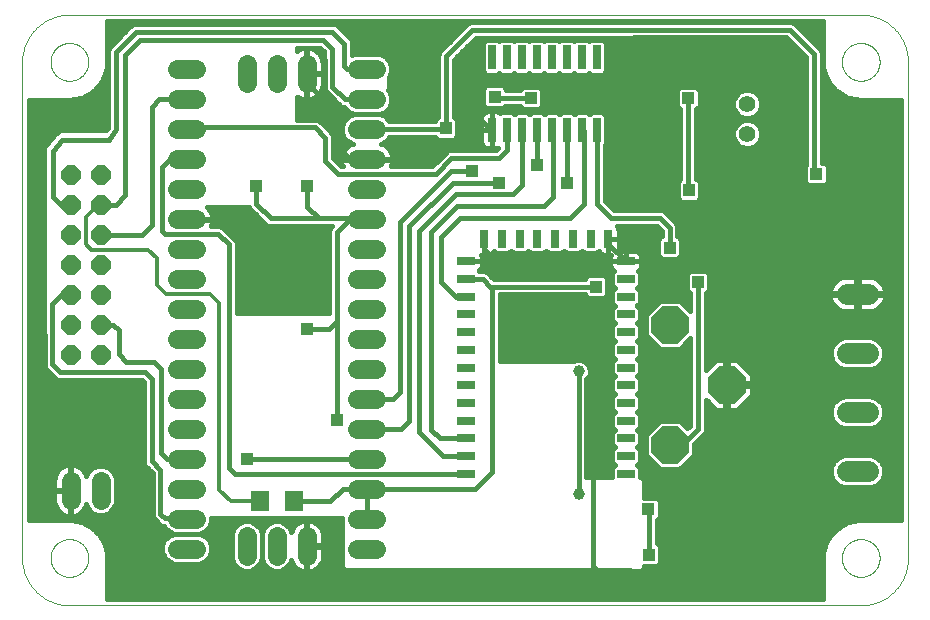
<source format=gbl>
G75*
%MOIN*%
%OFA0B0*%
%FSLAX25Y25*%
%IPPOS*%
%LPD*%
%AMOC8*
5,1,8,0,0,1.08239X$1,22.5*
%
%ADD10C,0.07100*%
%ADD11C,0.06400*%
%ADD12OC8,0.06400*%
%ADD13R,0.05906X0.02500*%
%ADD14R,0.02500X0.05906*%
%ADD15R,0.02600X0.08000*%
%ADD16OC8,0.12400*%
%ADD17C,0.05600*%
%ADD18C,0.00000*%
%ADD19R,0.06299X0.07098*%
%ADD20C,0.01600*%
%ADD21R,0.03962X0.03962*%
%ADD22C,0.01200*%
%ADD23C,0.03962*%
D10*
X0347030Y0095322D02*
X0354130Y0095322D01*
X0354130Y0115007D02*
X0347030Y0115007D01*
X0347030Y0134693D02*
X0354130Y0134693D01*
X0354130Y0154378D02*
X0347030Y0154378D01*
D11*
X0190180Y0149400D02*
X0183780Y0149400D01*
X0183780Y0139400D02*
X0190180Y0139400D01*
X0190180Y0129400D02*
X0183780Y0129400D01*
X0183780Y0119400D02*
X0190180Y0119400D01*
X0190180Y0109400D02*
X0183780Y0109400D01*
X0183780Y0099400D02*
X0190180Y0099400D01*
X0190180Y0089400D02*
X0183780Y0089400D01*
X0183780Y0079400D02*
X0190180Y0079400D01*
X0190180Y0069400D02*
X0183780Y0069400D01*
X0166980Y0067250D02*
X0166980Y0073650D01*
X0156980Y0073650D02*
X0156980Y0067250D01*
X0146980Y0067250D02*
X0146980Y0073650D01*
X0130180Y0069600D02*
X0123780Y0069600D01*
X0123780Y0079600D02*
X0130180Y0079600D01*
X0130180Y0089600D02*
X0123780Y0089600D01*
X0123780Y0099600D02*
X0130180Y0099600D01*
X0130180Y0109600D02*
X0123780Y0109600D01*
X0123780Y0119400D02*
X0130180Y0119400D01*
X0130180Y0129400D02*
X0123780Y0129400D01*
X0123780Y0139400D02*
X0130180Y0139400D01*
X0130180Y0149400D02*
X0123780Y0149400D01*
X0123780Y0159400D02*
X0130180Y0159400D01*
X0130180Y0169400D02*
X0123780Y0169400D01*
X0123780Y0179400D02*
X0130180Y0179400D01*
X0130180Y0189400D02*
X0123780Y0189400D01*
X0123780Y0199400D02*
X0130180Y0199400D01*
X0130180Y0209400D02*
X0123780Y0209400D01*
X0123780Y0219400D02*
X0130180Y0219400D01*
X0130180Y0229400D02*
X0123780Y0229400D01*
X0146900Y0231130D02*
X0146900Y0224730D01*
X0156900Y0224730D02*
X0156900Y0231130D01*
X0166900Y0231130D02*
X0166900Y0224730D01*
X0183780Y0229400D02*
X0190180Y0229400D01*
X0190180Y0219400D02*
X0183780Y0219400D01*
X0183780Y0209400D02*
X0190180Y0209400D01*
X0190180Y0199400D02*
X0183780Y0199400D01*
X0183780Y0189400D02*
X0190180Y0189400D01*
X0190180Y0179400D02*
X0183780Y0179400D01*
X0183780Y0169400D02*
X0190180Y0169400D01*
X0190180Y0159400D02*
X0183780Y0159400D01*
X0098220Y0092240D02*
X0098220Y0085840D01*
X0088220Y0085840D02*
X0088220Y0092240D01*
D12*
X0088430Y0134150D03*
X0098430Y0134150D03*
X0098430Y0144150D03*
X0088430Y0144150D03*
X0088430Y0154150D03*
X0098430Y0154150D03*
X0098430Y0164150D03*
X0088430Y0164150D03*
X0088430Y0174150D03*
X0098430Y0174150D03*
X0098430Y0184150D03*
X0088430Y0184150D03*
X0088430Y0194150D03*
X0098430Y0194150D03*
D13*
X0220212Y0165346D03*
X0220212Y0159441D03*
X0220212Y0153535D03*
X0220212Y0147630D03*
X0220212Y0141724D03*
X0220212Y0135819D03*
X0220212Y0129913D03*
X0220212Y0124008D03*
X0220212Y0118102D03*
X0220212Y0112197D03*
X0220212Y0106291D03*
X0220212Y0100386D03*
X0220212Y0094480D03*
X0273362Y0094480D03*
X0273362Y0100386D03*
X0273362Y0106291D03*
X0273362Y0112197D03*
X0273362Y0118102D03*
X0273362Y0124008D03*
X0273362Y0129913D03*
X0273362Y0135819D03*
X0273362Y0141724D03*
X0273362Y0147630D03*
X0273362Y0153535D03*
X0273362Y0159441D03*
X0273362Y0165346D03*
D14*
X0267457Y0172728D03*
X0261551Y0172728D03*
X0255645Y0172728D03*
X0249740Y0172728D03*
X0243834Y0172728D03*
X0237929Y0172728D03*
X0232023Y0172728D03*
X0226118Y0172728D03*
D15*
X0228710Y0209200D03*
X0233710Y0209200D03*
X0238710Y0209200D03*
X0243710Y0209200D03*
X0248710Y0209200D03*
X0253710Y0209200D03*
X0258710Y0209200D03*
X0263710Y0209200D03*
X0263710Y0233400D03*
X0258710Y0233400D03*
X0253710Y0233400D03*
X0248710Y0233400D03*
X0243710Y0233400D03*
X0238710Y0233400D03*
X0233710Y0233400D03*
X0228710Y0233400D03*
D16*
X0288010Y0144130D03*
X0307010Y0124130D03*
X0288010Y0104130D03*
D17*
X0313790Y0207720D03*
X0313790Y0217720D03*
D18*
X0351628Y0050700D02*
X0087848Y0050700D01*
X0081549Y0066448D02*
X0081551Y0066606D01*
X0081557Y0066764D01*
X0081567Y0066922D01*
X0081581Y0067080D01*
X0081599Y0067237D01*
X0081620Y0067394D01*
X0081646Y0067550D01*
X0081676Y0067706D01*
X0081709Y0067861D01*
X0081747Y0068014D01*
X0081788Y0068167D01*
X0081833Y0068319D01*
X0081882Y0068470D01*
X0081935Y0068619D01*
X0081991Y0068767D01*
X0082051Y0068913D01*
X0082115Y0069058D01*
X0082183Y0069201D01*
X0082254Y0069343D01*
X0082328Y0069483D01*
X0082406Y0069620D01*
X0082488Y0069756D01*
X0082572Y0069890D01*
X0082661Y0070021D01*
X0082752Y0070150D01*
X0082847Y0070277D01*
X0082944Y0070402D01*
X0083045Y0070524D01*
X0083149Y0070643D01*
X0083256Y0070760D01*
X0083366Y0070874D01*
X0083479Y0070985D01*
X0083594Y0071094D01*
X0083712Y0071199D01*
X0083833Y0071301D01*
X0083956Y0071401D01*
X0084082Y0071497D01*
X0084210Y0071590D01*
X0084340Y0071680D01*
X0084473Y0071766D01*
X0084608Y0071850D01*
X0084744Y0071929D01*
X0084883Y0072006D01*
X0085024Y0072078D01*
X0085166Y0072148D01*
X0085310Y0072213D01*
X0085456Y0072275D01*
X0085603Y0072333D01*
X0085752Y0072388D01*
X0085902Y0072439D01*
X0086053Y0072486D01*
X0086205Y0072529D01*
X0086358Y0072568D01*
X0086513Y0072604D01*
X0086668Y0072635D01*
X0086824Y0072663D01*
X0086980Y0072687D01*
X0087137Y0072707D01*
X0087295Y0072723D01*
X0087452Y0072735D01*
X0087611Y0072743D01*
X0087769Y0072747D01*
X0087927Y0072747D01*
X0088085Y0072743D01*
X0088244Y0072735D01*
X0088401Y0072723D01*
X0088559Y0072707D01*
X0088716Y0072687D01*
X0088872Y0072663D01*
X0089028Y0072635D01*
X0089183Y0072604D01*
X0089338Y0072568D01*
X0089491Y0072529D01*
X0089643Y0072486D01*
X0089794Y0072439D01*
X0089944Y0072388D01*
X0090093Y0072333D01*
X0090240Y0072275D01*
X0090386Y0072213D01*
X0090530Y0072148D01*
X0090672Y0072078D01*
X0090813Y0072006D01*
X0090952Y0071929D01*
X0091088Y0071850D01*
X0091223Y0071766D01*
X0091356Y0071680D01*
X0091486Y0071590D01*
X0091614Y0071497D01*
X0091740Y0071401D01*
X0091863Y0071301D01*
X0091984Y0071199D01*
X0092102Y0071094D01*
X0092217Y0070985D01*
X0092330Y0070874D01*
X0092440Y0070760D01*
X0092547Y0070643D01*
X0092651Y0070524D01*
X0092752Y0070402D01*
X0092849Y0070277D01*
X0092944Y0070150D01*
X0093035Y0070021D01*
X0093124Y0069890D01*
X0093208Y0069756D01*
X0093290Y0069620D01*
X0093368Y0069483D01*
X0093442Y0069343D01*
X0093513Y0069201D01*
X0093581Y0069058D01*
X0093645Y0068913D01*
X0093705Y0068767D01*
X0093761Y0068619D01*
X0093814Y0068470D01*
X0093863Y0068319D01*
X0093908Y0068167D01*
X0093949Y0068014D01*
X0093987Y0067861D01*
X0094020Y0067706D01*
X0094050Y0067550D01*
X0094076Y0067394D01*
X0094097Y0067237D01*
X0094115Y0067080D01*
X0094129Y0066922D01*
X0094139Y0066764D01*
X0094145Y0066606D01*
X0094147Y0066448D01*
X0094145Y0066290D01*
X0094139Y0066132D01*
X0094129Y0065974D01*
X0094115Y0065816D01*
X0094097Y0065659D01*
X0094076Y0065502D01*
X0094050Y0065346D01*
X0094020Y0065190D01*
X0093987Y0065035D01*
X0093949Y0064882D01*
X0093908Y0064729D01*
X0093863Y0064577D01*
X0093814Y0064426D01*
X0093761Y0064277D01*
X0093705Y0064129D01*
X0093645Y0063983D01*
X0093581Y0063838D01*
X0093513Y0063695D01*
X0093442Y0063553D01*
X0093368Y0063413D01*
X0093290Y0063276D01*
X0093208Y0063140D01*
X0093124Y0063006D01*
X0093035Y0062875D01*
X0092944Y0062746D01*
X0092849Y0062619D01*
X0092752Y0062494D01*
X0092651Y0062372D01*
X0092547Y0062253D01*
X0092440Y0062136D01*
X0092330Y0062022D01*
X0092217Y0061911D01*
X0092102Y0061802D01*
X0091984Y0061697D01*
X0091863Y0061595D01*
X0091740Y0061495D01*
X0091614Y0061399D01*
X0091486Y0061306D01*
X0091356Y0061216D01*
X0091223Y0061130D01*
X0091088Y0061046D01*
X0090952Y0060967D01*
X0090813Y0060890D01*
X0090672Y0060818D01*
X0090530Y0060748D01*
X0090386Y0060683D01*
X0090240Y0060621D01*
X0090093Y0060563D01*
X0089944Y0060508D01*
X0089794Y0060457D01*
X0089643Y0060410D01*
X0089491Y0060367D01*
X0089338Y0060328D01*
X0089183Y0060292D01*
X0089028Y0060261D01*
X0088872Y0060233D01*
X0088716Y0060209D01*
X0088559Y0060189D01*
X0088401Y0060173D01*
X0088244Y0060161D01*
X0088085Y0060153D01*
X0087927Y0060149D01*
X0087769Y0060149D01*
X0087611Y0060153D01*
X0087452Y0060161D01*
X0087295Y0060173D01*
X0087137Y0060189D01*
X0086980Y0060209D01*
X0086824Y0060233D01*
X0086668Y0060261D01*
X0086513Y0060292D01*
X0086358Y0060328D01*
X0086205Y0060367D01*
X0086053Y0060410D01*
X0085902Y0060457D01*
X0085752Y0060508D01*
X0085603Y0060563D01*
X0085456Y0060621D01*
X0085310Y0060683D01*
X0085166Y0060748D01*
X0085024Y0060818D01*
X0084883Y0060890D01*
X0084744Y0060967D01*
X0084608Y0061046D01*
X0084473Y0061130D01*
X0084340Y0061216D01*
X0084210Y0061306D01*
X0084082Y0061399D01*
X0083956Y0061495D01*
X0083833Y0061595D01*
X0083712Y0061697D01*
X0083594Y0061802D01*
X0083479Y0061911D01*
X0083366Y0062022D01*
X0083256Y0062136D01*
X0083149Y0062253D01*
X0083045Y0062372D01*
X0082944Y0062494D01*
X0082847Y0062619D01*
X0082752Y0062746D01*
X0082661Y0062875D01*
X0082572Y0063006D01*
X0082488Y0063140D01*
X0082406Y0063276D01*
X0082328Y0063413D01*
X0082254Y0063553D01*
X0082183Y0063695D01*
X0082115Y0063838D01*
X0082051Y0063983D01*
X0081991Y0064129D01*
X0081935Y0064277D01*
X0081882Y0064426D01*
X0081833Y0064577D01*
X0081788Y0064729D01*
X0081747Y0064882D01*
X0081709Y0065035D01*
X0081676Y0065190D01*
X0081646Y0065346D01*
X0081620Y0065502D01*
X0081599Y0065659D01*
X0081581Y0065816D01*
X0081567Y0065974D01*
X0081557Y0066132D01*
X0081551Y0066290D01*
X0081549Y0066448D01*
X0072100Y0066448D02*
X0072105Y0066067D01*
X0072118Y0065687D01*
X0072141Y0065307D01*
X0072174Y0064928D01*
X0072215Y0064550D01*
X0072265Y0064173D01*
X0072325Y0063797D01*
X0072393Y0063422D01*
X0072471Y0063050D01*
X0072558Y0062679D01*
X0072653Y0062311D01*
X0072758Y0061945D01*
X0072871Y0061582D01*
X0072993Y0061221D01*
X0073123Y0060864D01*
X0073263Y0060510D01*
X0073410Y0060159D01*
X0073567Y0059812D01*
X0073731Y0059469D01*
X0073904Y0059130D01*
X0074085Y0058795D01*
X0074274Y0058464D01*
X0074471Y0058139D01*
X0074675Y0057818D01*
X0074888Y0057502D01*
X0075108Y0057192D01*
X0075335Y0056886D01*
X0075570Y0056587D01*
X0075812Y0056293D01*
X0076060Y0056005D01*
X0076316Y0055723D01*
X0076579Y0055448D01*
X0076848Y0055179D01*
X0077123Y0054916D01*
X0077405Y0054660D01*
X0077693Y0054412D01*
X0077987Y0054170D01*
X0078286Y0053935D01*
X0078592Y0053708D01*
X0078902Y0053488D01*
X0079218Y0053275D01*
X0079539Y0053071D01*
X0079864Y0052874D01*
X0080195Y0052685D01*
X0080530Y0052504D01*
X0080869Y0052331D01*
X0081212Y0052167D01*
X0081559Y0052010D01*
X0081910Y0051863D01*
X0082264Y0051723D01*
X0082621Y0051593D01*
X0082982Y0051471D01*
X0083345Y0051358D01*
X0083711Y0051253D01*
X0084079Y0051158D01*
X0084450Y0051071D01*
X0084822Y0050993D01*
X0085197Y0050925D01*
X0085573Y0050865D01*
X0085950Y0050815D01*
X0086328Y0050774D01*
X0086707Y0050741D01*
X0087087Y0050718D01*
X0087467Y0050705D01*
X0087848Y0050700D01*
X0072100Y0066448D02*
X0072100Y0231802D01*
X0081549Y0231802D02*
X0081551Y0231960D01*
X0081557Y0232118D01*
X0081567Y0232276D01*
X0081581Y0232434D01*
X0081599Y0232591D01*
X0081620Y0232748D01*
X0081646Y0232904D01*
X0081676Y0233060D01*
X0081709Y0233215D01*
X0081747Y0233368D01*
X0081788Y0233521D01*
X0081833Y0233673D01*
X0081882Y0233824D01*
X0081935Y0233973D01*
X0081991Y0234121D01*
X0082051Y0234267D01*
X0082115Y0234412D01*
X0082183Y0234555D01*
X0082254Y0234697D01*
X0082328Y0234837D01*
X0082406Y0234974D01*
X0082488Y0235110D01*
X0082572Y0235244D01*
X0082661Y0235375D01*
X0082752Y0235504D01*
X0082847Y0235631D01*
X0082944Y0235756D01*
X0083045Y0235878D01*
X0083149Y0235997D01*
X0083256Y0236114D01*
X0083366Y0236228D01*
X0083479Y0236339D01*
X0083594Y0236448D01*
X0083712Y0236553D01*
X0083833Y0236655D01*
X0083956Y0236755D01*
X0084082Y0236851D01*
X0084210Y0236944D01*
X0084340Y0237034D01*
X0084473Y0237120D01*
X0084608Y0237204D01*
X0084744Y0237283D01*
X0084883Y0237360D01*
X0085024Y0237432D01*
X0085166Y0237502D01*
X0085310Y0237567D01*
X0085456Y0237629D01*
X0085603Y0237687D01*
X0085752Y0237742D01*
X0085902Y0237793D01*
X0086053Y0237840D01*
X0086205Y0237883D01*
X0086358Y0237922D01*
X0086513Y0237958D01*
X0086668Y0237989D01*
X0086824Y0238017D01*
X0086980Y0238041D01*
X0087137Y0238061D01*
X0087295Y0238077D01*
X0087452Y0238089D01*
X0087611Y0238097D01*
X0087769Y0238101D01*
X0087927Y0238101D01*
X0088085Y0238097D01*
X0088244Y0238089D01*
X0088401Y0238077D01*
X0088559Y0238061D01*
X0088716Y0238041D01*
X0088872Y0238017D01*
X0089028Y0237989D01*
X0089183Y0237958D01*
X0089338Y0237922D01*
X0089491Y0237883D01*
X0089643Y0237840D01*
X0089794Y0237793D01*
X0089944Y0237742D01*
X0090093Y0237687D01*
X0090240Y0237629D01*
X0090386Y0237567D01*
X0090530Y0237502D01*
X0090672Y0237432D01*
X0090813Y0237360D01*
X0090952Y0237283D01*
X0091088Y0237204D01*
X0091223Y0237120D01*
X0091356Y0237034D01*
X0091486Y0236944D01*
X0091614Y0236851D01*
X0091740Y0236755D01*
X0091863Y0236655D01*
X0091984Y0236553D01*
X0092102Y0236448D01*
X0092217Y0236339D01*
X0092330Y0236228D01*
X0092440Y0236114D01*
X0092547Y0235997D01*
X0092651Y0235878D01*
X0092752Y0235756D01*
X0092849Y0235631D01*
X0092944Y0235504D01*
X0093035Y0235375D01*
X0093124Y0235244D01*
X0093208Y0235110D01*
X0093290Y0234974D01*
X0093368Y0234837D01*
X0093442Y0234697D01*
X0093513Y0234555D01*
X0093581Y0234412D01*
X0093645Y0234267D01*
X0093705Y0234121D01*
X0093761Y0233973D01*
X0093814Y0233824D01*
X0093863Y0233673D01*
X0093908Y0233521D01*
X0093949Y0233368D01*
X0093987Y0233215D01*
X0094020Y0233060D01*
X0094050Y0232904D01*
X0094076Y0232748D01*
X0094097Y0232591D01*
X0094115Y0232434D01*
X0094129Y0232276D01*
X0094139Y0232118D01*
X0094145Y0231960D01*
X0094147Y0231802D01*
X0094145Y0231644D01*
X0094139Y0231486D01*
X0094129Y0231328D01*
X0094115Y0231170D01*
X0094097Y0231013D01*
X0094076Y0230856D01*
X0094050Y0230700D01*
X0094020Y0230544D01*
X0093987Y0230389D01*
X0093949Y0230236D01*
X0093908Y0230083D01*
X0093863Y0229931D01*
X0093814Y0229780D01*
X0093761Y0229631D01*
X0093705Y0229483D01*
X0093645Y0229337D01*
X0093581Y0229192D01*
X0093513Y0229049D01*
X0093442Y0228907D01*
X0093368Y0228767D01*
X0093290Y0228630D01*
X0093208Y0228494D01*
X0093124Y0228360D01*
X0093035Y0228229D01*
X0092944Y0228100D01*
X0092849Y0227973D01*
X0092752Y0227848D01*
X0092651Y0227726D01*
X0092547Y0227607D01*
X0092440Y0227490D01*
X0092330Y0227376D01*
X0092217Y0227265D01*
X0092102Y0227156D01*
X0091984Y0227051D01*
X0091863Y0226949D01*
X0091740Y0226849D01*
X0091614Y0226753D01*
X0091486Y0226660D01*
X0091356Y0226570D01*
X0091223Y0226484D01*
X0091088Y0226400D01*
X0090952Y0226321D01*
X0090813Y0226244D01*
X0090672Y0226172D01*
X0090530Y0226102D01*
X0090386Y0226037D01*
X0090240Y0225975D01*
X0090093Y0225917D01*
X0089944Y0225862D01*
X0089794Y0225811D01*
X0089643Y0225764D01*
X0089491Y0225721D01*
X0089338Y0225682D01*
X0089183Y0225646D01*
X0089028Y0225615D01*
X0088872Y0225587D01*
X0088716Y0225563D01*
X0088559Y0225543D01*
X0088401Y0225527D01*
X0088244Y0225515D01*
X0088085Y0225507D01*
X0087927Y0225503D01*
X0087769Y0225503D01*
X0087611Y0225507D01*
X0087452Y0225515D01*
X0087295Y0225527D01*
X0087137Y0225543D01*
X0086980Y0225563D01*
X0086824Y0225587D01*
X0086668Y0225615D01*
X0086513Y0225646D01*
X0086358Y0225682D01*
X0086205Y0225721D01*
X0086053Y0225764D01*
X0085902Y0225811D01*
X0085752Y0225862D01*
X0085603Y0225917D01*
X0085456Y0225975D01*
X0085310Y0226037D01*
X0085166Y0226102D01*
X0085024Y0226172D01*
X0084883Y0226244D01*
X0084744Y0226321D01*
X0084608Y0226400D01*
X0084473Y0226484D01*
X0084340Y0226570D01*
X0084210Y0226660D01*
X0084082Y0226753D01*
X0083956Y0226849D01*
X0083833Y0226949D01*
X0083712Y0227051D01*
X0083594Y0227156D01*
X0083479Y0227265D01*
X0083366Y0227376D01*
X0083256Y0227490D01*
X0083149Y0227607D01*
X0083045Y0227726D01*
X0082944Y0227848D01*
X0082847Y0227973D01*
X0082752Y0228100D01*
X0082661Y0228229D01*
X0082572Y0228360D01*
X0082488Y0228494D01*
X0082406Y0228630D01*
X0082328Y0228767D01*
X0082254Y0228907D01*
X0082183Y0229049D01*
X0082115Y0229192D01*
X0082051Y0229337D01*
X0081991Y0229483D01*
X0081935Y0229631D01*
X0081882Y0229780D01*
X0081833Y0229931D01*
X0081788Y0230083D01*
X0081747Y0230236D01*
X0081709Y0230389D01*
X0081676Y0230544D01*
X0081646Y0230700D01*
X0081620Y0230856D01*
X0081599Y0231013D01*
X0081581Y0231170D01*
X0081567Y0231328D01*
X0081557Y0231486D01*
X0081551Y0231644D01*
X0081549Y0231802D01*
X0072100Y0231802D02*
X0072105Y0232183D01*
X0072118Y0232563D01*
X0072141Y0232943D01*
X0072174Y0233322D01*
X0072215Y0233700D01*
X0072265Y0234077D01*
X0072325Y0234453D01*
X0072393Y0234828D01*
X0072471Y0235200D01*
X0072558Y0235571D01*
X0072653Y0235939D01*
X0072758Y0236305D01*
X0072871Y0236668D01*
X0072993Y0237029D01*
X0073123Y0237386D01*
X0073263Y0237740D01*
X0073410Y0238091D01*
X0073567Y0238438D01*
X0073731Y0238781D01*
X0073904Y0239120D01*
X0074085Y0239455D01*
X0074274Y0239786D01*
X0074471Y0240111D01*
X0074675Y0240432D01*
X0074888Y0240748D01*
X0075108Y0241058D01*
X0075335Y0241364D01*
X0075570Y0241663D01*
X0075812Y0241957D01*
X0076060Y0242245D01*
X0076316Y0242527D01*
X0076579Y0242802D01*
X0076848Y0243071D01*
X0077123Y0243334D01*
X0077405Y0243590D01*
X0077693Y0243838D01*
X0077987Y0244080D01*
X0078286Y0244315D01*
X0078592Y0244542D01*
X0078902Y0244762D01*
X0079218Y0244975D01*
X0079539Y0245179D01*
X0079864Y0245376D01*
X0080195Y0245565D01*
X0080530Y0245746D01*
X0080869Y0245919D01*
X0081212Y0246083D01*
X0081559Y0246240D01*
X0081910Y0246387D01*
X0082264Y0246527D01*
X0082621Y0246657D01*
X0082982Y0246779D01*
X0083345Y0246892D01*
X0083711Y0246997D01*
X0084079Y0247092D01*
X0084450Y0247179D01*
X0084822Y0247257D01*
X0085197Y0247325D01*
X0085573Y0247385D01*
X0085950Y0247435D01*
X0086328Y0247476D01*
X0086707Y0247509D01*
X0087087Y0247532D01*
X0087467Y0247545D01*
X0087848Y0247550D01*
X0351628Y0247550D01*
X0345329Y0231802D02*
X0345331Y0231960D01*
X0345337Y0232118D01*
X0345347Y0232276D01*
X0345361Y0232434D01*
X0345379Y0232591D01*
X0345400Y0232748D01*
X0345426Y0232904D01*
X0345456Y0233060D01*
X0345489Y0233215D01*
X0345527Y0233368D01*
X0345568Y0233521D01*
X0345613Y0233673D01*
X0345662Y0233824D01*
X0345715Y0233973D01*
X0345771Y0234121D01*
X0345831Y0234267D01*
X0345895Y0234412D01*
X0345963Y0234555D01*
X0346034Y0234697D01*
X0346108Y0234837D01*
X0346186Y0234974D01*
X0346268Y0235110D01*
X0346352Y0235244D01*
X0346441Y0235375D01*
X0346532Y0235504D01*
X0346627Y0235631D01*
X0346724Y0235756D01*
X0346825Y0235878D01*
X0346929Y0235997D01*
X0347036Y0236114D01*
X0347146Y0236228D01*
X0347259Y0236339D01*
X0347374Y0236448D01*
X0347492Y0236553D01*
X0347613Y0236655D01*
X0347736Y0236755D01*
X0347862Y0236851D01*
X0347990Y0236944D01*
X0348120Y0237034D01*
X0348253Y0237120D01*
X0348388Y0237204D01*
X0348524Y0237283D01*
X0348663Y0237360D01*
X0348804Y0237432D01*
X0348946Y0237502D01*
X0349090Y0237567D01*
X0349236Y0237629D01*
X0349383Y0237687D01*
X0349532Y0237742D01*
X0349682Y0237793D01*
X0349833Y0237840D01*
X0349985Y0237883D01*
X0350138Y0237922D01*
X0350293Y0237958D01*
X0350448Y0237989D01*
X0350604Y0238017D01*
X0350760Y0238041D01*
X0350917Y0238061D01*
X0351075Y0238077D01*
X0351232Y0238089D01*
X0351391Y0238097D01*
X0351549Y0238101D01*
X0351707Y0238101D01*
X0351865Y0238097D01*
X0352024Y0238089D01*
X0352181Y0238077D01*
X0352339Y0238061D01*
X0352496Y0238041D01*
X0352652Y0238017D01*
X0352808Y0237989D01*
X0352963Y0237958D01*
X0353118Y0237922D01*
X0353271Y0237883D01*
X0353423Y0237840D01*
X0353574Y0237793D01*
X0353724Y0237742D01*
X0353873Y0237687D01*
X0354020Y0237629D01*
X0354166Y0237567D01*
X0354310Y0237502D01*
X0354452Y0237432D01*
X0354593Y0237360D01*
X0354732Y0237283D01*
X0354868Y0237204D01*
X0355003Y0237120D01*
X0355136Y0237034D01*
X0355266Y0236944D01*
X0355394Y0236851D01*
X0355520Y0236755D01*
X0355643Y0236655D01*
X0355764Y0236553D01*
X0355882Y0236448D01*
X0355997Y0236339D01*
X0356110Y0236228D01*
X0356220Y0236114D01*
X0356327Y0235997D01*
X0356431Y0235878D01*
X0356532Y0235756D01*
X0356629Y0235631D01*
X0356724Y0235504D01*
X0356815Y0235375D01*
X0356904Y0235244D01*
X0356988Y0235110D01*
X0357070Y0234974D01*
X0357148Y0234837D01*
X0357222Y0234697D01*
X0357293Y0234555D01*
X0357361Y0234412D01*
X0357425Y0234267D01*
X0357485Y0234121D01*
X0357541Y0233973D01*
X0357594Y0233824D01*
X0357643Y0233673D01*
X0357688Y0233521D01*
X0357729Y0233368D01*
X0357767Y0233215D01*
X0357800Y0233060D01*
X0357830Y0232904D01*
X0357856Y0232748D01*
X0357877Y0232591D01*
X0357895Y0232434D01*
X0357909Y0232276D01*
X0357919Y0232118D01*
X0357925Y0231960D01*
X0357927Y0231802D01*
X0357925Y0231644D01*
X0357919Y0231486D01*
X0357909Y0231328D01*
X0357895Y0231170D01*
X0357877Y0231013D01*
X0357856Y0230856D01*
X0357830Y0230700D01*
X0357800Y0230544D01*
X0357767Y0230389D01*
X0357729Y0230236D01*
X0357688Y0230083D01*
X0357643Y0229931D01*
X0357594Y0229780D01*
X0357541Y0229631D01*
X0357485Y0229483D01*
X0357425Y0229337D01*
X0357361Y0229192D01*
X0357293Y0229049D01*
X0357222Y0228907D01*
X0357148Y0228767D01*
X0357070Y0228630D01*
X0356988Y0228494D01*
X0356904Y0228360D01*
X0356815Y0228229D01*
X0356724Y0228100D01*
X0356629Y0227973D01*
X0356532Y0227848D01*
X0356431Y0227726D01*
X0356327Y0227607D01*
X0356220Y0227490D01*
X0356110Y0227376D01*
X0355997Y0227265D01*
X0355882Y0227156D01*
X0355764Y0227051D01*
X0355643Y0226949D01*
X0355520Y0226849D01*
X0355394Y0226753D01*
X0355266Y0226660D01*
X0355136Y0226570D01*
X0355003Y0226484D01*
X0354868Y0226400D01*
X0354732Y0226321D01*
X0354593Y0226244D01*
X0354452Y0226172D01*
X0354310Y0226102D01*
X0354166Y0226037D01*
X0354020Y0225975D01*
X0353873Y0225917D01*
X0353724Y0225862D01*
X0353574Y0225811D01*
X0353423Y0225764D01*
X0353271Y0225721D01*
X0353118Y0225682D01*
X0352963Y0225646D01*
X0352808Y0225615D01*
X0352652Y0225587D01*
X0352496Y0225563D01*
X0352339Y0225543D01*
X0352181Y0225527D01*
X0352024Y0225515D01*
X0351865Y0225507D01*
X0351707Y0225503D01*
X0351549Y0225503D01*
X0351391Y0225507D01*
X0351232Y0225515D01*
X0351075Y0225527D01*
X0350917Y0225543D01*
X0350760Y0225563D01*
X0350604Y0225587D01*
X0350448Y0225615D01*
X0350293Y0225646D01*
X0350138Y0225682D01*
X0349985Y0225721D01*
X0349833Y0225764D01*
X0349682Y0225811D01*
X0349532Y0225862D01*
X0349383Y0225917D01*
X0349236Y0225975D01*
X0349090Y0226037D01*
X0348946Y0226102D01*
X0348804Y0226172D01*
X0348663Y0226244D01*
X0348524Y0226321D01*
X0348388Y0226400D01*
X0348253Y0226484D01*
X0348120Y0226570D01*
X0347990Y0226660D01*
X0347862Y0226753D01*
X0347736Y0226849D01*
X0347613Y0226949D01*
X0347492Y0227051D01*
X0347374Y0227156D01*
X0347259Y0227265D01*
X0347146Y0227376D01*
X0347036Y0227490D01*
X0346929Y0227607D01*
X0346825Y0227726D01*
X0346724Y0227848D01*
X0346627Y0227973D01*
X0346532Y0228100D01*
X0346441Y0228229D01*
X0346352Y0228360D01*
X0346268Y0228494D01*
X0346186Y0228630D01*
X0346108Y0228767D01*
X0346034Y0228907D01*
X0345963Y0229049D01*
X0345895Y0229192D01*
X0345831Y0229337D01*
X0345771Y0229483D01*
X0345715Y0229631D01*
X0345662Y0229780D01*
X0345613Y0229931D01*
X0345568Y0230083D01*
X0345527Y0230236D01*
X0345489Y0230389D01*
X0345456Y0230544D01*
X0345426Y0230700D01*
X0345400Y0230856D01*
X0345379Y0231013D01*
X0345361Y0231170D01*
X0345347Y0231328D01*
X0345337Y0231486D01*
X0345331Y0231644D01*
X0345329Y0231802D01*
X0351628Y0247550D02*
X0352009Y0247545D01*
X0352389Y0247532D01*
X0352769Y0247509D01*
X0353148Y0247476D01*
X0353526Y0247435D01*
X0353903Y0247385D01*
X0354279Y0247325D01*
X0354654Y0247257D01*
X0355026Y0247179D01*
X0355397Y0247092D01*
X0355765Y0246997D01*
X0356131Y0246892D01*
X0356494Y0246779D01*
X0356855Y0246657D01*
X0357212Y0246527D01*
X0357566Y0246387D01*
X0357917Y0246240D01*
X0358264Y0246083D01*
X0358607Y0245919D01*
X0358946Y0245746D01*
X0359281Y0245565D01*
X0359612Y0245376D01*
X0359937Y0245179D01*
X0360258Y0244975D01*
X0360574Y0244762D01*
X0360884Y0244542D01*
X0361190Y0244315D01*
X0361489Y0244080D01*
X0361783Y0243838D01*
X0362071Y0243590D01*
X0362353Y0243334D01*
X0362628Y0243071D01*
X0362897Y0242802D01*
X0363160Y0242527D01*
X0363416Y0242245D01*
X0363664Y0241957D01*
X0363906Y0241663D01*
X0364141Y0241364D01*
X0364368Y0241058D01*
X0364588Y0240748D01*
X0364801Y0240432D01*
X0365005Y0240111D01*
X0365202Y0239786D01*
X0365391Y0239455D01*
X0365572Y0239120D01*
X0365745Y0238781D01*
X0365909Y0238438D01*
X0366066Y0238091D01*
X0366213Y0237740D01*
X0366353Y0237386D01*
X0366483Y0237029D01*
X0366605Y0236668D01*
X0366718Y0236305D01*
X0366823Y0235939D01*
X0366918Y0235571D01*
X0367005Y0235200D01*
X0367083Y0234828D01*
X0367151Y0234453D01*
X0367211Y0234077D01*
X0367261Y0233700D01*
X0367302Y0233322D01*
X0367335Y0232943D01*
X0367358Y0232563D01*
X0367371Y0232183D01*
X0367376Y0231802D01*
X0367376Y0066448D01*
X0345329Y0066448D02*
X0345331Y0066606D01*
X0345337Y0066764D01*
X0345347Y0066922D01*
X0345361Y0067080D01*
X0345379Y0067237D01*
X0345400Y0067394D01*
X0345426Y0067550D01*
X0345456Y0067706D01*
X0345489Y0067861D01*
X0345527Y0068014D01*
X0345568Y0068167D01*
X0345613Y0068319D01*
X0345662Y0068470D01*
X0345715Y0068619D01*
X0345771Y0068767D01*
X0345831Y0068913D01*
X0345895Y0069058D01*
X0345963Y0069201D01*
X0346034Y0069343D01*
X0346108Y0069483D01*
X0346186Y0069620D01*
X0346268Y0069756D01*
X0346352Y0069890D01*
X0346441Y0070021D01*
X0346532Y0070150D01*
X0346627Y0070277D01*
X0346724Y0070402D01*
X0346825Y0070524D01*
X0346929Y0070643D01*
X0347036Y0070760D01*
X0347146Y0070874D01*
X0347259Y0070985D01*
X0347374Y0071094D01*
X0347492Y0071199D01*
X0347613Y0071301D01*
X0347736Y0071401D01*
X0347862Y0071497D01*
X0347990Y0071590D01*
X0348120Y0071680D01*
X0348253Y0071766D01*
X0348388Y0071850D01*
X0348524Y0071929D01*
X0348663Y0072006D01*
X0348804Y0072078D01*
X0348946Y0072148D01*
X0349090Y0072213D01*
X0349236Y0072275D01*
X0349383Y0072333D01*
X0349532Y0072388D01*
X0349682Y0072439D01*
X0349833Y0072486D01*
X0349985Y0072529D01*
X0350138Y0072568D01*
X0350293Y0072604D01*
X0350448Y0072635D01*
X0350604Y0072663D01*
X0350760Y0072687D01*
X0350917Y0072707D01*
X0351075Y0072723D01*
X0351232Y0072735D01*
X0351391Y0072743D01*
X0351549Y0072747D01*
X0351707Y0072747D01*
X0351865Y0072743D01*
X0352024Y0072735D01*
X0352181Y0072723D01*
X0352339Y0072707D01*
X0352496Y0072687D01*
X0352652Y0072663D01*
X0352808Y0072635D01*
X0352963Y0072604D01*
X0353118Y0072568D01*
X0353271Y0072529D01*
X0353423Y0072486D01*
X0353574Y0072439D01*
X0353724Y0072388D01*
X0353873Y0072333D01*
X0354020Y0072275D01*
X0354166Y0072213D01*
X0354310Y0072148D01*
X0354452Y0072078D01*
X0354593Y0072006D01*
X0354732Y0071929D01*
X0354868Y0071850D01*
X0355003Y0071766D01*
X0355136Y0071680D01*
X0355266Y0071590D01*
X0355394Y0071497D01*
X0355520Y0071401D01*
X0355643Y0071301D01*
X0355764Y0071199D01*
X0355882Y0071094D01*
X0355997Y0070985D01*
X0356110Y0070874D01*
X0356220Y0070760D01*
X0356327Y0070643D01*
X0356431Y0070524D01*
X0356532Y0070402D01*
X0356629Y0070277D01*
X0356724Y0070150D01*
X0356815Y0070021D01*
X0356904Y0069890D01*
X0356988Y0069756D01*
X0357070Y0069620D01*
X0357148Y0069483D01*
X0357222Y0069343D01*
X0357293Y0069201D01*
X0357361Y0069058D01*
X0357425Y0068913D01*
X0357485Y0068767D01*
X0357541Y0068619D01*
X0357594Y0068470D01*
X0357643Y0068319D01*
X0357688Y0068167D01*
X0357729Y0068014D01*
X0357767Y0067861D01*
X0357800Y0067706D01*
X0357830Y0067550D01*
X0357856Y0067394D01*
X0357877Y0067237D01*
X0357895Y0067080D01*
X0357909Y0066922D01*
X0357919Y0066764D01*
X0357925Y0066606D01*
X0357927Y0066448D01*
X0357925Y0066290D01*
X0357919Y0066132D01*
X0357909Y0065974D01*
X0357895Y0065816D01*
X0357877Y0065659D01*
X0357856Y0065502D01*
X0357830Y0065346D01*
X0357800Y0065190D01*
X0357767Y0065035D01*
X0357729Y0064882D01*
X0357688Y0064729D01*
X0357643Y0064577D01*
X0357594Y0064426D01*
X0357541Y0064277D01*
X0357485Y0064129D01*
X0357425Y0063983D01*
X0357361Y0063838D01*
X0357293Y0063695D01*
X0357222Y0063553D01*
X0357148Y0063413D01*
X0357070Y0063276D01*
X0356988Y0063140D01*
X0356904Y0063006D01*
X0356815Y0062875D01*
X0356724Y0062746D01*
X0356629Y0062619D01*
X0356532Y0062494D01*
X0356431Y0062372D01*
X0356327Y0062253D01*
X0356220Y0062136D01*
X0356110Y0062022D01*
X0355997Y0061911D01*
X0355882Y0061802D01*
X0355764Y0061697D01*
X0355643Y0061595D01*
X0355520Y0061495D01*
X0355394Y0061399D01*
X0355266Y0061306D01*
X0355136Y0061216D01*
X0355003Y0061130D01*
X0354868Y0061046D01*
X0354732Y0060967D01*
X0354593Y0060890D01*
X0354452Y0060818D01*
X0354310Y0060748D01*
X0354166Y0060683D01*
X0354020Y0060621D01*
X0353873Y0060563D01*
X0353724Y0060508D01*
X0353574Y0060457D01*
X0353423Y0060410D01*
X0353271Y0060367D01*
X0353118Y0060328D01*
X0352963Y0060292D01*
X0352808Y0060261D01*
X0352652Y0060233D01*
X0352496Y0060209D01*
X0352339Y0060189D01*
X0352181Y0060173D01*
X0352024Y0060161D01*
X0351865Y0060153D01*
X0351707Y0060149D01*
X0351549Y0060149D01*
X0351391Y0060153D01*
X0351232Y0060161D01*
X0351075Y0060173D01*
X0350917Y0060189D01*
X0350760Y0060209D01*
X0350604Y0060233D01*
X0350448Y0060261D01*
X0350293Y0060292D01*
X0350138Y0060328D01*
X0349985Y0060367D01*
X0349833Y0060410D01*
X0349682Y0060457D01*
X0349532Y0060508D01*
X0349383Y0060563D01*
X0349236Y0060621D01*
X0349090Y0060683D01*
X0348946Y0060748D01*
X0348804Y0060818D01*
X0348663Y0060890D01*
X0348524Y0060967D01*
X0348388Y0061046D01*
X0348253Y0061130D01*
X0348120Y0061216D01*
X0347990Y0061306D01*
X0347862Y0061399D01*
X0347736Y0061495D01*
X0347613Y0061595D01*
X0347492Y0061697D01*
X0347374Y0061802D01*
X0347259Y0061911D01*
X0347146Y0062022D01*
X0347036Y0062136D01*
X0346929Y0062253D01*
X0346825Y0062372D01*
X0346724Y0062494D01*
X0346627Y0062619D01*
X0346532Y0062746D01*
X0346441Y0062875D01*
X0346352Y0063006D01*
X0346268Y0063140D01*
X0346186Y0063276D01*
X0346108Y0063413D01*
X0346034Y0063553D01*
X0345963Y0063695D01*
X0345895Y0063838D01*
X0345831Y0063983D01*
X0345771Y0064129D01*
X0345715Y0064277D01*
X0345662Y0064426D01*
X0345613Y0064577D01*
X0345568Y0064729D01*
X0345527Y0064882D01*
X0345489Y0065035D01*
X0345456Y0065190D01*
X0345426Y0065346D01*
X0345400Y0065502D01*
X0345379Y0065659D01*
X0345361Y0065816D01*
X0345347Y0065974D01*
X0345337Y0066132D01*
X0345331Y0066290D01*
X0345329Y0066448D01*
X0351628Y0050700D02*
X0352009Y0050705D01*
X0352389Y0050718D01*
X0352769Y0050741D01*
X0353148Y0050774D01*
X0353526Y0050815D01*
X0353903Y0050865D01*
X0354279Y0050925D01*
X0354654Y0050993D01*
X0355026Y0051071D01*
X0355397Y0051158D01*
X0355765Y0051253D01*
X0356131Y0051358D01*
X0356494Y0051471D01*
X0356855Y0051593D01*
X0357212Y0051723D01*
X0357566Y0051863D01*
X0357917Y0052010D01*
X0358264Y0052167D01*
X0358607Y0052331D01*
X0358946Y0052504D01*
X0359281Y0052685D01*
X0359612Y0052874D01*
X0359937Y0053071D01*
X0360258Y0053275D01*
X0360574Y0053488D01*
X0360884Y0053708D01*
X0361190Y0053935D01*
X0361489Y0054170D01*
X0361783Y0054412D01*
X0362071Y0054660D01*
X0362353Y0054916D01*
X0362628Y0055179D01*
X0362897Y0055448D01*
X0363160Y0055723D01*
X0363416Y0056005D01*
X0363664Y0056293D01*
X0363906Y0056587D01*
X0364141Y0056886D01*
X0364368Y0057192D01*
X0364588Y0057502D01*
X0364801Y0057818D01*
X0365005Y0058139D01*
X0365202Y0058464D01*
X0365391Y0058795D01*
X0365572Y0059130D01*
X0365745Y0059469D01*
X0365909Y0059812D01*
X0366066Y0060159D01*
X0366213Y0060510D01*
X0366353Y0060864D01*
X0366483Y0061221D01*
X0366605Y0061582D01*
X0366718Y0061945D01*
X0366823Y0062311D01*
X0366918Y0062679D01*
X0367005Y0063050D01*
X0367083Y0063422D01*
X0367151Y0063797D01*
X0367211Y0064173D01*
X0367261Y0064550D01*
X0367302Y0064928D01*
X0367335Y0065307D01*
X0367358Y0065687D01*
X0367371Y0066067D01*
X0367376Y0066448D01*
D19*
X0162598Y0085300D03*
X0151402Y0085300D03*
D20*
X0147975Y0078650D02*
X0145985Y0078650D01*
X0144148Y0077889D01*
X0142741Y0076482D01*
X0141980Y0074645D01*
X0141980Y0066255D01*
X0142741Y0064418D01*
X0144148Y0063011D01*
X0145985Y0062250D01*
X0147975Y0062250D01*
X0149812Y0063011D01*
X0151219Y0064418D01*
X0151980Y0066255D01*
X0151980Y0074645D01*
X0151219Y0076482D01*
X0149812Y0077889D01*
X0147975Y0078650D01*
X0150602Y0077099D02*
X0153358Y0077099D01*
X0152741Y0076482D02*
X0151980Y0074645D01*
X0151980Y0066255D01*
X0152741Y0064418D01*
X0154148Y0063011D01*
X0155985Y0062250D01*
X0157975Y0062250D01*
X0159812Y0063011D01*
X0161219Y0064418D01*
X0161781Y0065776D01*
X0161976Y0065177D01*
X0162362Y0064420D01*
X0162861Y0063732D01*
X0163462Y0063131D01*
X0164150Y0062632D01*
X0164907Y0062246D01*
X0165715Y0061983D01*
X0166555Y0061850D01*
X0166780Y0061850D01*
X0166780Y0070250D01*
X0167180Y0070250D01*
X0167180Y0070650D01*
X0172380Y0070650D01*
X0172380Y0074075D01*
X0172247Y0074915D01*
X0171984Y0075723D01*
X0171598Y0076480D01*
X0171099Y0077168D01*
X0170498Y0077769D01*
X0169810Y0078268D01*
X0169053Y0078654D01*
X0168245Y0078917D01*
X0167405Y0079050D01*
X0167180Y0079050D01*
X0167180Y0070650D01*
X0166780Y0070650D01*
X0166780Y0079050D01*
X0166555Y0079050D01*
X0165715Y0078917D01*
X0164907Y0078654D01*
X0164150Y0078268D01*
X0163462Y0077769D01*
X0162861Y0077168D01*
X0162362Y0076480D01*
X0161976Y0075723D01*
X0161781Y0075124D01*
X0161219Y0076482D01*
X0159812Y0077889D01*
X0157975Y0078650D01*
X0155985Y0078650D01*
X0154148Y0077889D01*
X0152741Y0076482D01*
X0152334Y0075500D02*
X0151626Y0075500D01*
X0151980Y0073902D02*
X0151980Y0073902D01*
X0151980Y0072303D02*
X0151980Y0072303D01*
X0151980Y0070705D02*
X0151980Y0070705D01*
X0151980Y0069106D02*
X0151980Y0069106D01*
X0151980Y0067508D02*
X0151980Y0067508D01*
X0151837Y0065909D02*
X0152123Y0065909D01*
X0152848Y0064311D02*
X0151112Y0064311D01*
X0149090Y0062712D02*
X0154870Y0062712D01*
X0159090Y0062712D02*
X0164039Y0062712D01*
X0162441Y0064311D02*
X0161112Y0064311D01*
X0166780Y0064311D02*
X0167180Y0064311D01*
X0167180Y0065909D02*
X0166780Y0065909D01*
X0166780Y0067508D02*
X0167180Y0067508D01*
X0167180Y0069106D02*
X0166780Y0069106D01*
X0167180Y0070250D02*
X0167180Y0061850D01*
X0167405Y0061850D01*
X0168245Y0061983D01*
X0169053Y0062246D01*
X0169810Y0062632D01*
X0170498Y0063131D01*
X0171099Y0063732D01*
X0171598Y0064420D01*
X0171984Y0065177D01*
X0172247Y0065985D01*
X0172380Y0066825D01*
X0172380Y0070250D01*
X0167180Y0070250D01*
X0167180Y0070705D02*
X0166780Y0070705D01*
X0166780Y0072303D02*
X0167180Y0072303D01*
X0167180Y0073902D02*
X0166780Y0073902D01*
X0166780Y0075500D02*
X0167180Y0075500D01*
X0167180Y0077099D02*
X0166780Y0077099D01*
X0166780Y0078697D02*
X0167180Y0078697D01*
X0168921Y0078697D02*
X0178700Y0078697D01*
X0178700Y0079800D02*
X0178700Y0063287D01*
X0179637Y0062350D01*
X0272883Y0062350D01*
X0276983Y0062005D01*
X0277037Y0061950D01*
X0277633Y0061950D01*
X0278226Y0061900D01*
X0278285Y0061950D01*
X0278363Y0061950D01*
X0278784Y0062371D01*
X0279239Y0062755D01*
X0279245Y0062833D01*
X0279300Y0062887D01*
X0279300Y0063483D01*
X0279326Y0063789D01*
X0283707Y0063789D01*
X0284761Y0064843D01*
X0284761Y0070297D01*
X0283707Y0071351D01*
X0283580Y0071351D01*
X0283580Y0078972D01*
X0284631Y0080023D01*
X0284631Y0085477D01*
X0283577Y0086531D01*
X0279300Y0086531D01*
X0279300Y0092463D01*
X0278363Y0093400D01*
X0278115Y0093400D01*
X0278115Y0096476D01*
X0277158Y0097433D01*
X0278115Y0098390D01*
X0278115Y0102381D01*
X0277158Y0103338D01*
X0278115Y0104295D01*
X0278115Y0108287D01*
X0277158Y0109244D01*
X0278115Y0110201D01*
X0278115Y0114192D01*
X0277158Y0115149D01*
X0278115Y0116106D01*
X0278115Y0120098D01*
X0277158Y0121055D01*
X0278115Y0122012D01*
X0278115Y0126003D01*
X0277158Y0126960D01*
X0278115Y0127917D01*
X0278115Y0131909D01*
X0277158Y0132866D01*
X0278115Y0133823D01*
X0278115Y0137814D01*
X0277158Y0138771D01*
X0278115Y0139729D01*
X0278115Y0143720D01*
X0277158Y0144677D01*
X0278115Y0145634D01*
X0278115Y0149625D01*
X0277158Y0150582D01*
X0278115Y0151540D01*
X0278115Y0155531D01*
X0277158Y0156488D01*
X0278115Y0157445D01*
X0278115Y0161436D01*
X0277380Y0162171D01*
X0277666Y0162336D01*
X0278075Y0162745D01*
X0278365Y0163247D01*
X0278515Y0163807D01*
X0278515Y0165346D01*
X0273362Y0165346D01*
X0268209Y0165346D01*
X0268209Y0163807D01*
X0268359Y0163247D01*
X0268649Y0162745D01*
X0269058Y0162336D01*
X0269344Y0162171D01*
X0268609Y0161436D01*
X0268609Y0157445D01*
X0269566Y0156488D01*
X0268609Y0155531D01*
X0268609Y0151540D01*
X0269566Y0150582D01*
X0268609Y0149625D01*
X0268609Y0145634D01*
X0269566Y0144677D01*
X0268609Y0143720D01*
X0268609Y0139729D01*
X0269566Y0138771D01*
X0268609Y0137814D01*
X0268609Y0133823D01*
X0269566Y0132866D01*
X0268609Y0131909D01*
X0268609Y0127917D01*
X0269566Y0126960D01*
X0268609Y0126003D01*
X0268609Y0122012D01*
X0269566Y0121055D01*
X0268609Y0120098D01*
X0268609Y0116106D01*
X0269566Y0115149D01*
X0268609Y0114192D01*
X0268609Y0110201D01*
X0269566Y0109244D01*
X0268609Y0108287D01*
X0268609Y0104295D01*
X0269566Y0103338D01*
X0268609Y0102381D01*
X0268609Y0098390D01*
X0269566Y0097433D01*
X0268609Y0096476D01*
X0268609Y0093400D01*
X0260150Y0093400D01*
X0260150Y0125943D01*
X0260755Y0126548D01*
X0261331Y0127938D01*
X0261331Y0129442D01*
X0260755Y0130832D01*
X0259692Y0131895D01*
X0258967Y0132196D01*
X0258963Y0132200D01*
X0258957Y0132200D01*
X0258302Y0132471D01*
X0256798Y0132471D01*
X0256143Y0132200D01*
X0231300Y0132200D01*
X0231300Y0154320D01*
X0259579Y0154320D01*
X0259579Y0154193D01*
X0260633Y0153139D01*
X0266087Y0153139D01*
X0267141Y0154193D01*
X0267141Y0159647D01*
X0266087Y0160701D01*
X0260633Y0160701D01*
X0259579Y0159647D01*
X0259579Y0159520D01*
X0229247Y0159520D01*
X0227774Y0160993D01*
X0227043Y0161724D01*
X0226087Y0162120D01*
X0224281Y0162120D01*
X0224230Y0162171D01*
X0224516Y0162336D01*
X0224926Y0162745D01*
X0225215Y0163247D01*
X0225365Y0163807D01*
X0225365Y0165346D01*
X0221950Y0165346D01*
X0221950Y0165346D01*
X0225365Y0165346D01*
X0225365Y0166886D01*
X0225215Y0167445D01*
X0225140Y0167575D01*
X0226118Y0167575D01*
X0227658Y0167575D01*
X0228217Y0167725D01*
X0228719Y0168015D01*
X0229128Y0168424D01*
X0229293Y0168710D01*
X0230028Y0167975D01*
X0234019Y0167975D01*
X0234976Y0168932D01*
X0235933Y0167975D01*
X0239925Y0167975D01*
X0240882Y0168932D01*
X0241839Y0167975D01*
X0245830Y0167975D01*
X0246787Y0168932D01*
X0247744Y0167975D01*
X0251736Y0167975D01*
X0252693Y0168932D01*
X0253650Y0167975D01*
X0257641Y0167975D01*
X0258598Y0168932D01*
X0259555Y0167975D01*
X0263547Y0167975D01*
X0264281Y0168710D01*
X0264446Y0168424D01*
X0264856Y0168015D01*
X0265357Y0167725D01*
X0265917Y0167575D01*
X0267456Y0167575D01*
X0267456Y0172728D01*
X0267457Y0172728D01*
X0267457Y0172728D01*
X0270906Y0172728D01*
X0270906Y0175970D01*
X0270757Y0176530D01*
X0270467Y0177032D01*
X0270279Y0177220D01*
X0283553Y0177220D01*
X0285300Y0175473D01*
X0285300Y0173661D01*
X0285173Y0173661D01*
X0284119Y0172607D01*
X0284119Y0167153D01*
X0285173Y0166099D01*
X0290627Y0166099D01*
X0291681Y0167153D01*
X0291681Y0172607D01*
X0290627Y0173661D01*
X0290500Y0173661D01*
X0290500Y0177067D01*
X0290104Y0178023D01*
X0286103Y0182024D01*
X0285147Y0182420D01*
X0269477Y0182420D01*
X0266310Y0185587D01*
X0266310Y0203954D01*
X0266810Y0204454D01*
X0266810Y0213946D01*
X0265756Y0215000D01*
X0261664Y0215000D01*
X0261210Y0214546D01*
X0260756Y0215000D01*
X0256664Y0215000D01*
X0256210Y0214546D01*
X0255756Y0215000D01*
X0251664Y0215000D01*
X0251210Y0214546D01*
X0250756Y0215000D01*
X0246664Y0215000D01*
X0246210Y0214546D01*
X0245756Y0215000D01*
X0241664Y0215000D01*
X0241210Y0214546D01*
X0240756Y0215000D01*
X0236664Y0215000D01*
X0236210Y0214546D01*
X0235756Y0215000D01*
X0231664Y0215000D01*
X0231493Y0214828D01*
X0231361Y0214960D01*
X0230859Y0215250D01*
X0230300Y0215400D01*
X0228710Y0215400D01*
X0228710Y0209200D01*
X0228710Y0208610D01*
X0220630Y0216690D01*
X0220630Y0236290D01*
X0224110Y0239770D01*
X0325040Y0239770D01*
X0329160Y0235650D01*
X0329160Y0194300D01*
X0329160Y0162020D01*
X0331065Y0160115D01*
X0325834Y0165346D02*
X0273362Y0165346D01*
X0273362Y0165346D01*
X0273362Y0165346D01*
X0275094Y0165346D01*
X0275430Y0165010D01*
X0275175Y0165010D01*
X0273362Y0165346D02*
X0278515Y0165346D01*
X0278515Y0166886D01*
X0278365Y0167445D01*
X0278075Y0167947D01*
X0277666Y0168357D01*
X0277164Y0168646D01*
X0276604Y0168796D01*
X0273362Y0168796D01*
X0270682Y0168796D01*
X0270757Y0168926D01*
X0270906Y0169486D01*
X0270906Y0172728D01*
X0267457Y0172728D01*
X0267457Y0167575D01*
X0268434Y0167575D01*
X0268359Y0167445D01*
X0268209Y0166886D01*
X0268209Y0165346D01*
X0273362Y0165346D01*
X0267457Y0171252D01*
X0267457Y0172728D01*
X0267470Y0172715D01*
X0267470Y0167260D01*
X0265556Y0165346D01*
X0255400Y0165346D01*
X0255546Y0165200D01*
X0256000Y0165200D01*
X0255400Y0165346D02*
X0230270Y0165346D01*
X0226118Y0169498D01*
X0226118Y0172728D01*
X0226118Y0169805D02*
X0226118Y0167575D01*
X0226118Y0169805D01*
X0226118Y0169805D01*
X0226118Y0168214D02*
X0226118Y0168214D01*
X0225365Y0166615D02*
X0268209Y0166615D01*
X0268209Y0165017D02*
X0225365Y0165017D01*
X0225261Y0163418D02*
X0268313Y0163418D01*
X0268993Y0161820D02*
X0226812Y0161820D01*
X0228546Y0160221D02*
X0260154Y0160221D01*
X0263360Y0156920D02*
X0228170Y0156920D01*
X0225570Y0159520D01*
X0220292Y0159520D01*
X0220212Y0159441D01*
X0220212Y0165346D02*
X0230270Y0165346D01*
X0229789Y0168214D02*
X0228918Y0168214D01*
X0234258Y0168214D02*
X0235695Y0168214D01*
X0240163Y0168214D02*
X0241600Y0168214D01*
X0246069Y0168214D02*
X0247506Y0168214D01*
X0251974Y0168214D02*
X0253411Y0168214D01*
X0257880Y0168214D02*
X0259317Y0168214D01*
X0263785Y0168214D02*
X0264657Y0168214D01*
X0267456Y0168214D02*
X0267457Y0168214D01*
X0267456Y0169812D02*
X0267457Y0169812D01*
X0267456Y0171411D02*
X0267457Y0171411D01*
X0270906Y0171411D02*
X0284119Y0171411D01*
X0284119Y0169812D02*
X0270906Y0169812D01*
X0273362Y0168796D02*
X0273362Y0165346D01*
X0273362Y0165346D01*
X0273362Y0168796D01*
X0273362Y0168214D02*
X0273362Y0168214D01*
X0273362Y0166615D02*
X0273362Y0166615D01*
X0277808Y0168214D02*
X0284119Y0168214D01*
X0284657Y0166615D02*
X0278515Y0166615D01*
X0278515Y0165017D02*
X0365176Y0165017D01*
X0365176Y0166615D02*
X0291143Y0166615D01*
X0291681Y0168214D02*
X0365176Y0168214D01*
X0365176Y0169812D02*
X0291681Y0169812D01*
X0291681Y0171411D02*
X0365176Y0171411D01*
X0365176Y0173009D02*
X0291278Y0173009D01*
X0290500Y0174608D02*
X0365176Y0174608D01*
X0365176Y0176206D02*
X0290500Y0176206D01*
X0290194Y0177805D02*
X0365176Y0177805D01*
X0365176Y0179403D02*
X0288723Y0179403D01*
X0287125Y0181002D02*
X0365176Y0181002D01*
X0365176Y0182601D02*
X0269296Y0182601D01*
X0267698Y0184199D02*
X0365176Y0184199D01*
X0365176Y0185798D02*
X0297635Y0185798D01*
X0298141Y0186303D02*
X0298141Y0191757D01*
X0297087Y0192811D01*
X0296740Y0192811D01*
X0296740Y0215949D01*
X0296867Y0215949D01*
X0297921Y0217003D01*
X0297921Y0222457D01*
X0296867Y0223511D01*
X0291413Y0223511D01*
X0290359Y0222457D01*
X0290359Y0217003D01*
X0291413Y0215949D01*
X0291540Y0215949D01*
X0291540Y0192718D01*
X0290579Y0191757D01*
X0290579Y0186303D01*
X0291633Y0185249D01*
X0297087Y0185249D01*
X0298141Y0186303D01*
X0298141Y0187396D02*
X0365176Y0187396D01*
X0365176Y0188995D02*
X0298141Y0188995D01*
X0298141Y0190593D02*
X0365176Y0190593D01*
X0365176Y0192192D02*
X0340621Y0192192D01*
X0340621Y0191713D02*
X0339567Y0190659D01*
X0334113Y0190659D01*
X0333059Y0191713D01*
X0333059Y0197167D01*
X0333450Y0197558D01*
X0333450Y0233373D01*
X0326853Y0239970D01*
X0223246Y0239921D01*
X0215950Y0232542D01*
X0215950Y0213501D01*
X0216077Y0213501D01*
X0217131Y0212447D01*
X0217131Y0206993D01*
X0216077Y0205939D01*
X0210623Y0205939D01*
X0209762Y0206800D01*
X0194515Y0206800D01*
X0194419Y0206568D01*
X0193012Y0205161D01*
X0191654Y0204599D01*
X0192253Y0204404D01*
X0193010Y0204018D01*
X0193698Y0203519D01*
X0194299Y0202918D01*
X0194798Y0202230D01*
X0195184Y0201473D01*
X0195447Y0200665D01*
X0195580Y0199825D01*
X0195580Y0199600D01*
X0187180Y0199600D01*
X0187180Y0199200D01*
X0195580Y0199200D01*
X0195580Y0198975D01*
X0195447Y0198135D01*
X0195184Y0197327D01*
X0195018Y0197000D01*
X0208673Y0197000D01*
X0212896Y0201223D01*
X0213627Y0201954D01*
X0214583Y0202350D01*
X0229913Y0202350D01*
X0230659Y0203096D01*
X0230300Y0203000D01*
X0228710Y0203000D01*
X0228710Y0209200D01*
X0228710Y0209200D01*
X0228710Y0215400D01*
X0227120Y0215400D01*
X0226561Y0215250D01*
X0226059Y0214960D01*
X0225650Y0214551D01*
X0225360Y0214049D01*
X0225210Y0213490D01*
X0225210Y0209200D01*
X0228710Y0209200D01*
X0228710Y0209200D01*
X0228710Y0209200D01*
X0228710Y0203000D01*
X0227120Y0203000D01*
X0226561Y0203150D01*
X0226059Y0203440D01*
X0225650Y0203849D01*
X0225360Y0204351D01*
X0225210Y0204910D01*
X0225210Y0209200D01*
X0228710Y0209200D01*
X0228710Y0209775D02*
X0228710Y0209775D01*
X0228710Y0208610D02*
X0228710Y0203150D01*
X0212080Y0203150D01*
X0208260Y0199330D01*
X0187050Y0199330D01*
X0186980Y0199400D01*
X0187380Y0199000D01*
X0186980Y0199400D02*
X0187060Y0199480D01*
X0186980Y0199400D02*
X0186590Y0199010D01*
X0181840Y0199010D01*
X0178390Y0202460D01*
X0178390Y0213370D01*
X0166900Y0224860D01*
X0166900Y0227930D01*
X0167100Y0228130D02*
X0166700Y0228130D01*
X0166700Y0236530D01*
X0166475Y0236530D01*
X0165635Y0236397D01*
X0164827Y0236134D01*
X0164070Y0235748D01*
X0163850Y0235589D01*
X0163850Y0236580D01*
X0171417Y0236580D01*
X0172850Y0235098D01*
X0172850Y0233458D01*
X0172799Y0233203D01*
X0172850Y0232945D01*
X0172850Y0232683D01*
X0172890Y0232586D01*
X0172890Y0223013D01*
X0173286Y0222057D01*
X0174017Y0221326D01*
X0178147Y0217196D01*
X0179103Y0216800D01*
X0179445Y0216800D01*
X0179541Y0216568D01*
X0180948Y0215161D01*
X0182785Y0214400D01*
X0191175Y0214400D01*
X0193012Y0215161D01*
X0194419Y0216568D01*
X0195180Y0218405D01*
X0195180Y0220395D01*
X0194419Y0222232D01*
X0194157Y0222494D01*
X0194450Y0222787D01*
X0194450Y0226643D01*
X0195180Y0228405D01*
X0195180Y0230395D01*
X0194419Y0232232D01*
X0193012Y0233639D01*
X0191175Y0234400D01*
X0182785Y0234400D01*
X0182080Y0234108D01*
X0182080Y0237882D01*
X0182083Y0238391D01*
X0182080Y0238399D01*
X0182080Y0238407D01*
X0181885Y0238877D01*
X0181693Y0239349D01*
X0181687Y0239355D01*
X0181684Y0239363D01*
X0181325Y0239722D01*
X0177707Y0243385D01*
X0177704Y0243393D01*
X0177345Y0243752D01*
X0176987Y0244115D01*
X0176979Y0244118D01*
X0176973Y0244124D01*
X0176503Y0244319D01*
X0176033Y0244517D01*
X0176025Y0244517D01*
X0176017Y0244520D01*
X0175508Y0244520D01*
X0174999Y0244523D01*
X0174991Y0244520D01*
X0110582Y0244520D01*
X0110577Y0244522D01*
X0110065Y0244520D01*
X0109553Y0244520D01*
X0109548Y0244518D01*
X0109543Y0244518D01*
X0109070Y0244320D01*
X0108597Y0244124D01*
X0108594Y0244121D01*
X0108589Y0244119D01*
X0108227Y0243754D01*
X0107866Y0243393D01*
X0107864Y0243388D01*
X0101579Y0237055D01*
X0101216Y0236693D01*
X0101214Y0236688D01*
X0101210Y0236685D01*
X0101016Y0236211D01*
X0100820Y0235737D01*
X0100820Y0235732D01*
X0100818Y0235727D01*
X0100820Y0235215D01*
X0100820Y0234703D01*
X0100822Y0234698D01*
X0100822Y0234693D01*
X0100850Y0234626D01*
X0100850Y0210136D01*
X0100064Y0208956D01*
X0085665Y0208998D01*
X0085627Y0209033D01*
X0085010Y0209000D01*
X0084392Y0209002D01*
X0084355Y0208965D01*
X0084303Y0208962D01*
X0083890Y0208503D01*
X0083452Y0208067D01*
X0083452Y0208015D01*
X0079888Y0204051D01*
X0079450Y0203613D01*
X0079450Y0203563D01*
X0079417Y0203527D01*
X0079450Y0202907D01*
X0079450Y0140887D01*
X0079550Y0140787D01*
X0079550Y0130483D01*
X0079946Y0129527D01*
X0080677Y0128796D01*
X0083217Y0126256D01*
X0084173Y0125860D01*
X0112023Y0125860D01*
X0112730Y0125153D01*
X0112730Y0098203D01*
X0113126Y0097247D01*
X0113857Y0096516D01*
X0113857Y0096516D01*
X0115600Y0094773D01*
X0115600Y0080583D01*
X0115996Y0079627D01*
X0117446Y0078177D01*
X0118177Y0077446D01*
X0119133Y0077050D01*
X0119424Y0077050D01*
X0119541Y0076768D01*
X0120948Y0075361D01*
X0122785Y0074600D01*
X0120948Y0073839D01*
X0119541Y0072432D01*
X0118780Y0070595D01*
X0118780Y0068605D01*
X0119541Y0066768D01*
X0120948Y0065361D01*
X0122785Y0064600D01*
X0131175Y0064600D01*
X0133012Y0065361D01*
X0134419Y0066768D01*
X0135180Y0068605D01*
X0135180Y0070595D01*
X0134419Y0072432D01*
X0133012Y0073839D01*
X0131175Y0074600D01*
X0122785Y0074600D01*
X0131175Y0074600D01*
X0133012Y0075361D01*
X0134419Y0076768D01*
X0135180Y0078605D01*
X0135180Y0079800D01*
X0178700Y0079800D01*
X0178700Y0077099D02*
X0171149Y0077099D01*
X0172057Y0075500D02*
X0178700Y0075500D01*
X0178700Y0073902D02*
X0172380Y0073902D01*
X0172380Y0072303D02*
X0178700Y0072303D01*
X0178700Y0070705D02*
X0172380Y0070705D01*
X0172380Y0069106D02*
X0178700Y0069106D01*
X0178700Y0067508D02*
X0172380Y0067508D01*
X0172222Y0065909D02*
X0178700Y0065909D01*
X0178700Y0064311D02*
X0171519Y0064311D01*
X0169921Y0062712D02*
X0179275Y0062712D01*
X0167180Y0062712D02*
X0166780Y0062712D01*
X0161903Y0075500D02*
X0161626Y0075500D01*
X0160602Y0077099D02*
X0162811Y0077099D01*
X0165039Y0078697D02*
X0135180Y0078697D01*
X0134556Y0077099D02*
X0143358Y0077099D01*
X0142334Y0075500D02*
X0133151Y0075500D01*
X0132860Y0073902D02*
X0141980Y0073902D01*
X0141980Y0072303D02*
X0134472Y0072303D01*
X0135134Y0070705D02*
X0141980Y0070705D01*
X0141980Y0069106D02*
X0135180Y0069106D01*
X0134725Y0067508D02*
X0141980Y0067508D01*
X0142123Y0065909D02*
X0133560Y0065909D01*
X0142848Y0064311D02*
X0100459Y0064311D01*
X0100459Y0065909D02*
X0120400Y0065909D01*
X0119235Y0067508D02*
X0100385Y0067508D01*
X0100356Y0067920D02*
X0100391Y0067975D01*
X0100333Y0068243D01*
X0100313Y0068516D01*
X0100264Y0068559D01*
X0100019Y0069685D01*
X0100046Y0069745D01*
X0099950Y0070002D01*
X0099892Y0070269D01*
X0099837Y0070305D01*
X0099434Y0071385D01*
X0099453Y0071447D01*
X0099321Y0071688D01*
X0099225Y0071945D01*
X0099166Y0071972D01*
X0098614Y0072983D01*
X0098623Y0073048D01*
X0098459Y0073267D01*
X0098327Y0073508D01*
X0098265Y0073526D01*
X0097574Y0074449D01*
X0097574Y0074514D01*
X0097380Y0074708D01*
X0097216Y0074927D01*
X0097152Y0074937D01*
X0096337Y0075752D01*
X0096327Y0075816D01*
X0096108Y0075980D01*
X0095914Y0076174D01*
X0095849Y0076174D01*
X0094926Y0076865D01*
X0094908Y0076927D01*
X0094667Y0077059D01*
X0094448Y0077223D01*
X0094383Y0077214D01*
X0093372Y0077766D01*
X0093345Y0077825D01*
X0093088Y0077921D01*
X0092847Y0078053D01*
X0092785Y0078034D01*
X0091705Y0078437D01*
X0091669Y0078492D01*
X0091402Y0078550D01*
X0091145Y0078646D01*
X0091085Y0078619D01*
X0089959Y0078864D01*
X0089916Y0078913D01*
X0089643Y0078933D01*
X0089375Y0078991D01*
X0089320Y0078956D01*
X0088203Y0079036D01*
X0088179Y0079059D01*
X0087877Y0079059D01*
X0087575Y0079081D01*
X0087550Y0079059D01*
X0074300Y0079059D01*
X0074300Y0219191D01*
X0087550Y0219191D01*
X0087575Y0219170D01*
X0087877Y0219191D01*
X0088179Y0219191D01*
X0088203Y0219215D01*
X0089320Y0219295D01*
X0089375Y0219259D01*
X0089643Y0219318D01*
X0089916Y0219337D01*
X0089959Y0219386D01*
X0091085Y0219631D01*
X0091145Y0219604D01*
X0091402Y0219700D01*
X0091669Y0219758D01*
X0091705Y0219813D01*
X0092785Y0220216D01*
X0092847Y0220198D01*
X0093088Y0220329D01*
X0093345Y0220425D01*
X0093372Y0220484D01*
X0094383Y0221037D01*
X0094448Y0221027D01*
X0094667Y0221192D01*
X0094908Y0221323D01*
X0094926Y0221385D01*
X0095849Y0222076D01*
X0095914Y0222076D01*
X0096108Y0222270D01*
X0096327Y0222434D01*
X0096337Y0222499D01*
X0097152Y0223314D01*
X0097216Y0223323D01*
X0097380Y0223543D01*
X0097574Y0223736D01*
X0097574Y0223802D01*
X0098265Y0224724D01*
X0098327Y0224743D01*
X0098459Y0224983D01*
X0098623Y0225203D01*
X0098614Y0225267D01*
X0099166Y0226279D01*
X0099225Y0226306D01*
X0099321Y0226563D01*
X0099453Y0226803D01*
X0099434Y0226866D01*
X0099837Y0227946D01*
X0099892Y0227981D01*
X0099950Y0228249D01*
X0100046Y0228506D01*
X0100019Y0228565D01*
X0100264Y0229691D01*
X0100313Y0229734D01*
X0100333Y0230007D01*
X0100391Y0230275D01*
X0100356Y0230330D01*
X0100436Y0231448D01*
X0100459Y0231471D01*
X0100459Y0231774D01*
X0100481Y0232076D01*
X0100459Y0232101D01*
X0100459Y0245350D01*
X0339017Y0245350D01*
X0339017Y0232101D01*
X0338995Y0232076D01*
X0339017Y0231774D01*
X0339017Y0231471D01*
X0339040Y0231448D01*
X0339120Y0230330D01*
X0339085Y0230275D01*
X0339143Y0230007D01*
X0339162Y0229734D01*
X0339212Y0229691D01*
X0339457Y0228565D01*
X0339430Y0228506D01*
X0339525Y0228249D01*
X0339584Y0227981D01*
X0339638Y0227946D01*
X0340041Y0226866D01*
X0340023Y0226803D01*
X0340154Y0226563D01*
X0340250Y0226306D01*
X0340309Y0226279D01*
X0340862Y0225267D01*
X0340852Y0225203D01*
X0341017Y0224983D01*
X0341148Y0224743D01*
X0341211Y0224724D01*
X0341901Y0223802D01*
X0341901Y0223736D01*
X0342095Y0223543D01*
X0342260Y0223323D01*
X0342324Y0223314D01*
X0343139Y0222499D01*
X0343148Y0222434D01*
X0343368Y0222270D01*
X0343562Y0222076D01*
X0343627Y0222076D01*
X0344549Y0221385D01*
X0344568Y0221323D01*
X0344808Y0221192D01*
X0345028Y0221027D01*
X0345092Y0221037D01*
X0346104Y0220484D01*
X0346131Y0220425D01*
X0346388Y0220329D01*
X0346629Y0220198D01*
X0346691Y0220216D01*
X0347771Y0219813D01*
X0347806Y0219758D01*
X0348074Y0219700D01*
X0348331Y0219604D01*
X0348390Y0219631D01*
X0349516Y0219386D01*
X0349559Y0219337D01*
X0349833Y0219318D01*
X0350100Y0219259D01*
X0350155Y0219295D01*
X0351273Y0219215D01*
X0351296Y0219191D01*
X0351599Y0219191D01*
X0351901Y0219170D01*
X0351926Y0219191D01*
X0365176Y0219191D01*
X0365176Y0079059D01*
X0351926Y0079059D01*
X0351901Y0079081D01*
X0351599Y0079059D01*
X0351296Y0079059D01*
X0351273Y0079036D01*
X0350155Y0078956D01*
X0350100Y0078991D01*
X0349833Y0078933D01*
X0349559Y0078913D01*
X0349516Y0078864D01*
X0348390Y0078619D01*
X0348331Y0078646D01*
X0348074Y0078550D01*
X0347806Y0078492D01*
X0347771Y0078437D01*
X0346691Y0078034D01*
X0346629Y0078053D01*
X0346388Y0077921D01*
X0346131Y0077825D01*
X0346104Y0077766D01*
X0345092Y0077214D01*
X0345028Y0077223D01*
X0344808Y0077059D01*
X0344568Y0076927D01*
X0344549Y0076865D01*
X0343627Y0076174D01*
X0343562Y0076174D01*
X0343368Y0075980D01*
X0343148Y0075816D01*
X0343139Y0075752D01*
X0342324Y0074937D01*
X0342260Y0074927D01*
X0342095Y0074708D01*
X0341901Y0074514D01*
X0341901Y0074449D01*
X0341211Y0073526D01*
X0341148Y0073508D01*
X0341017Y0073267D01*
X0340852Y0073048D01*
X0340862Y0072983D01*
X0340309Y0071972D01*
X0340250Y0071945D01*
X0340154Y0071688D01*
X0340023Y0071447D01*
X0340041Y0071385D01*
X0339638Y0070305D01*
X0339584Y0070269D01*
X0339525Y0070002D01*
X0339430Y0069745D01*
X0339457Y0069685D01*
X0339212Y0068559D01*
X0339162Y0068516D01*
X0339143Y0068243D01*
X0339085Y0067975D01*
X0339120Y0067920D01*
X0339040Y0066803D01*
X0339017Y0066779D01*
X0339017Y0066477D01*
X0338995Y0066175D01*
X0339017Y0066150D01*
X0339017Y0052900D01*
X0100459Y0052900D01*
X0100459Y0066150D01*
X0100481Y0066175D01*
X0100459Y0066477D01*
X0100459Y0066779D01*
X0100436Y0066803D01*
X0100356Y0067920D01*
X0100145Y0069106D02*
X0118780Y0069106D01*
X0118826Y0070705D02*
X0099688Y0070705D01*
X0098985Y0072303D02*
X0119488Y0072303D01*
X0121100Y0073902D02*
X0097984Y0073902D01*
X0096588Y0075500D02*
X0120809Y0075500D01*
X0119015Y0077099D02*
X0094614Y0077099D01*
X0090725Y0078697D02*
X0116926Y0078697D01*
X0117446Y0078177D02*
X0117446Y0078177D01*
X0119650Y0079650D02*
X0118200Y0081100D01*
X0118200Y0095850D01*
X0115330Y0098720D01*
X0115330Y0126230D01*
X0113100Y0128460D01*
X0084690Y0128460D01*
X0082150Y0131000D01*
X0082150Y0151150D01*
X0085300Y0154300D01*
X0088280Y0154300D01*
X0088430Y0154150D01*
X0079450Y0153827D02*
X0074300Y0153827D01*
X0074300Y0152229D02*
X0079450Y0152229D01*
X0079450Y0150630D02*
X0074300Y0150630D01*
X0074300Y0149032D02*
X0079450Y0149032D01*
X0079450Y0147433D02*
X0074300Y0147433D01*
X0074300Y0145835D02*
X0079450Y0145835D01*
X0079450Y0144236D02*
X0074300Y0144236D01*
X0074300Y0142638D02*
X0079450Y0142638D01*
X0079450Y0141039D02*
X0074300Y0141039D01*
X0074300Y0139441D02*
X0079550Y0139441D01*
X0079550Y0137842D02*
X0074300Y0137842D01*
X0074300Y0136244D02*
X0079550Y0136244D01*
X0079550Y0134645D02*
X0074300Y0134645D01*
X0074300Y0133047D02*
X0079550Y0133047D01*
X0079550Y0131448D02*
X0074300Y0131448D01*
X0074300Y0129850D02*
X0079812Y0129850D01*
X0081222Y0128251D02*
X0074300Y0128251D01*
X0074300Y0126653D02*
X0082820Y0126653D01*
X0074300Y0125054D02*
X0112730Y0125054D01*
X0112730Y0123456D02*
X0074300Y0123456D01*
X0074300Y0121857D02*
X0112730Y0121857D01*
X0112730Y0120259D02*
X0074300Y0120259D01*
X0074300Y0118660D02*
X0112730Y0118660D01*
X0112730Y0117062D02*
X0074300Y0117062D01*
X0074300Y0115463D02*
X0112730Y0115463D01*
X0112730Y0113865D02*
X0074300Y0113865D01*
X0074300Y0112266D02*
X0112730Y0112266D01*
X0112730Y0110668D02*
X0074300Y0110668D01*
X0074300Y0109069D02*
X0112730Y0109069D01*
X0112730Y0107470D02*
X0074300Y0107470D01*
X0074300Y0105872D02*
X0112730Y0105872D01*
X0112730Y0104273D02*
X0074300Y0104273D01*
X0074300Y0102675D02*
X0112730Y0102675D01*
X0112730Y0101076D02*
X0074300Y0101076D01*
X0074300Y0099478D02*
X0112730Y0099478D01*
X0112864Y0097879D02*
X0074300Y0097879D01*
X0074300Y0096281D02*
X0084624Y0096281D01*
X0084702Y0096359D02*
X0084101Y0095758D01*
X0083602Y0095070D01*
X0083216Y0094313D01*
X0082953Y0093505D01*
X0082820Y0092665D01*
X0082820Y0089240D01*
X0088020Y0089240D01*
X0088020Y0097640D01*
X0087795Y0097640D01*
X0086955Y0097507D01*
X0086147Y0097244D01*
X0085390Y0096858D01*
X0084702Y0096359D01*
X0083404Y0094682D02*
X0074300Y0094682D01*
X0074300Y0093084D02*
X0082886Y0093084D01*
X0082820Y0091485D02*
X0074300Y0091485D01*
X0074300Y0089887D02*
X0082820Y0089887D01*
X0082820Y0088840D02*
X0082820Y0085415D01*
X0082953Y0084575D01*
X0083216Y0083767D01*
X0083602Y0083010D01*
X0084101Y0082322D01*
X0084702Y0081721D01*
X0085390Y0081222D01*
X0086147Y0080836D01*
X0086955Y0080573D01*
X0087795Y0080440D01*
X0088020Y0080440D01*
X0088020Y0088840D01*
X0088420Y0088840D01*
X0088420Y0080440D01*
X0088645Y0080440D01*
X0089485Y0080573D01*
X0090293Y0080836D01*
X0091050Y0081222D01*
X0091738Y0081721D01*
X0092339Y0082322D01*
X0092838Y0083010D01*
X0093224Y0083767D01*
X0093419Y0084366D01*
X0093981Y0083008D01*
X0095388Y0081601D01*
X0097225Y0080840D01*
X0099215Y0080840D01*
X0101052Y0081601D01*
X0102459Y0083008D01*
X0103220Y0084845D01*
X0103220Y0093235D01*
X0102459Y0095072D01*
X0101052Y0096479D01*
X0099215Y0097240D01*
X0097225Y0097240D01*
X0095388Y0096479D01*
X0093981Y0095072D01*
X0093419Y0093714D01*
X0093224Y0094313D01*
X0092838Y0095070D01*
X0092339Y0095758D01*
X0091738Y0096359D01*
X0091050Y0096858D01*
X0090293Y0097244D01*
X0089485Y0097507D01*
X0088645Y0097640D01*
X0088420Y0097640D01*
X0088420Y0089240D01*
X0088020Y0089240D01*
X0088020Y0088840D01*
X0082820Y0088840D01*
X0082820Y0088288D02*
X0074300Y0088288D01*
X0074300Y0086690D02*
X0082820Y0086690D01*
X0082871Y0085091D02*
X0074300Y0085091D01*
X0074300Y0083493D02*
X0083355Y0083493D01*
X0084529Y0081894D02*
X0074300Y0081894D01*
X0074300Y0080296D02*
X0115719Y0080296D01*
X0115600Y0081894D02*
X0101345Y0081894D01*
X0102660Y0083493D02*
X0115600Y0083493D01*
X0115600Y0085091D02*
X0103220Y0085091D01*
X0103220Y0086690D02*
X0115600Y0086690D01*
X0115600Y0088288D02*
X0103220Y0088288D01*
X0103220Y0089887D02*
X0115600Y0089887D01*
X0115600Y0091485D02*
X0103220Y0091485D01*
X0103220Y0093084D02*
X0115600Y0093084D01*
X0115600Y0094682D02*
X0102620Y0094682D01*
X0101250Y0096281D02*
X0114092Y0096281D01*
X0118360Y0101530D02*
X0118360Y0129470D01*
X0115990Y0131840D01*
X0113300Y0131840D01*
X0113280Y0131860D01*
X0106860Y0131860D01*
X0104220Y0134500D01*
X0104220Y0142300D01*
X0102330Y0144190D01*
X0098470Y0144190D01*
X0098430Y0144150D01*
X0079450Y0155426D02*
X0074300Y0155426D01*
X0074300Y0157024D02*
X0079450Y0157024D01*
X0079450Y0158623D02*
X0074300Y0158623D01*
X0074300Y0160221D02*
X0079450Y0160221D01*
X0079450Y0161820D02*
X0074300Y0161820D01*
X0074300Y0163418D02*
X0079450Y0163418D01*
X0079450Y0165017D02*
X0074300Y0165017D01*
X0074300Y0166615D02*
X0079450Y0166615D01*
X0079450Y0168214D02*
X0074300Y0168214D01*
X0074300Y0169812D02*
X0079450Y0169812D01*
X0079450Y0171411D02*
X0074300Y0171411D01*
X0074300Y0173009D02*
X0079450Y0173009D01*
X0079450Y0174608D02*
X0074300Y0174608D01*
X0074300Y0176206D02*
X0079450Y0176206D01*
X0079450Y0177805D02*
X0074300Y0177805D01*
X0074300Y0179403D02*
X0079450Y0179403D01*
X0079450Y0181002D02*
X0074300Y0181002D01*
X0074300Y0182601D02*
X0079450Y0182601D01*
X0079450Y0184199D02*
X0074300Y0184199D01*
X0074300Y0185798D02*
X0079450Y0185798D01*
X0079450Y0187396D02*
X0074300Y0187396D01*
X0074300Y0188995D02*
X0079450Y0188995D01*
X0079450Y0190593D02*
X0074300Y0190593D01*
X0074300Y0192192D02*
X0079450Y0192192D01*
X0079450Y0193790D02*
X0074300Y0193790D01*
X0074300Y0195389D02*
X0079450Y0195389D01*
X0079450Y0196987D02*
X0074300Y0196987D01*
X0074300Y0198586D02*
X0079450Y0198586D01*
X0079450Y0200184D02*
X0074300Y0200184D01*
X0074300Y0201783D02*
X0079450Y0201783D01*
X0079425Y0203381D02*
X0074300Y0203381D01*
X0074300Y0204980D02*
X0080723Y0204980D01*
X0082160Y0206578D02*
X0074300Y0206578D01*
X0074300Y0208177D02*
X0083562Y0208177D01*
X0085240Y0205760D02*
X0101060Y0205760D01*
X0103450Y0209350D01*
X0103450Y0235220D01*
X0103420Y0235220D01*
X0110070Y0241920D01*
X0175500Y0241920D01*
X0179480Y0237890D01*
X0179480Y0230420D01*
X0180500Y0229400D01*
X0186980Y0229400D01*
X0186900Y0229480D01*
X0192737Y0233753D02*
X0210749Y0233753D01*
X0210750Y0233603D02*
X0210750Y0213501D01*
X0210623Y0213501D01*
X0209569Y0212447D01*
X0209569Y0212000D01*
X0194515Y0212000D01*
X0194419Y0212232D01*
X0193012Y0213639D01*
X0191175Y0214400D01*
X0182785Y0214400D01*
X0180948Y0213639D01*
X0179541Y0212232D01*
X0178780Y0210395D01*
X0178780Y0208405D01*
X0179541Y0206568D01*
X0180948Y0205161D01*
X0182305Y0204599D01*
X0181707Y0204404D01*
X0180950Y0204018D01*
X0180262Y0203519D01*
X0179661Y0202918D01*
X0179162Y0202230D01*
X0178776Y0201473D01*
X0178513Y0200665D01*
X0178380Y0199825D01*
X0178380Y0199600D01*
X0186780Y0199600D01*
X0186780Y0199200D01*
X0178380Y0199200D01*
X0178380Y0198975D01*
X0178513Y0198135D01*
X0178776Y0197327D01*
X0178942Y0197000D01*
X0178527Y0197000D01*
X0175670Y0199857D01*
X0175670Y0207107D01*
X0175274Y0208063D01*
X0171884Y0211453D01*
X0171153Y0212184D01*
X0170197Y0212580D01*
X0163850Y0212580D01*
X0163850Y0220271D01*
X0164070Y0220112D01*
X0164827Y0219726D01*
X0165635Y0219463D01*
X0166475Y0219330D01*
X0166700Y0219330D01*
X0166700Y0227730D01*
X0167100Y0227730D01*
X0167100Y0228130D01*
X0172300Y0228130D01*
X0172300Y0231555D01*
X0172167Y0232395D01*
X0171904Y0233203D01*
X0171518Y0233960D01*
X0171019Y0234648D01*
X0170418Y0235249D01*
X0169730Y0235748D01*
X0168973Y0236134D01*
X0168164Y0236397D01*
X0167325Y0236530D01*
X0167100Y0236530D01*
X0167100Y0228130D01*
X0167100Y0227730D02*
X0172300Y0227730D01*
X0172300Y0224305D01*
X0172167Y0223465D01*
X0171904Y0222657D01*
X0171518Y0221900D01*
X0171019Y0221212D01*
X0170418Y0220611D01*
X0169730Y0220112D01*
X0168973Y0219726D01*
X0168164Y0219463D01*
X0167325Y0219330D01*
X0167100Y0219330D01*
X0167100Y0227730D01*
X0167100Y0227359D02*
X0166700Y0227359D01*
X0166700Y0228957D02*
X0167100Y0228957D01*
X0167100Y0230556D02*
X0166700Y0230556D01*
X0166700Y0232154D02*
X0167100Y0232154D01*
X0167100Y0233753D02*
X0166700Y0233753D01*
X0166700Y0235351D02*
X0167100Y0235351D01*
X0170277Y0235351D02*
X0172605Y0235351D01*
X0172850Y0233753D02*
X0171624Y0233753D01*
X0172205Y0232154D02*
X0172890Y0232154D01*
X0172890Y0230556D02*
X0172300Y0230556D01*
X0172300Y0228957D02*
X0172890Y0228957D01*
X0172890Y0227359D02*
X0172300Y0227359D01*
X0172300Y0225760D02*
X0172890Y0225760D01*
X0172890Y0224162D02*
X0172277Y0224162D01*
X0171857Y0222563D02*
X0173076Y0222563D01*
X0174378Y0220965D02*
X0170772Y0220965D01*
X0167554Y0219366D02*
X0175977Y0219366D01*
X0177575Y0217768D02*
X0163850Y0217768D01*
X0163850Y0219366D02*
X0166246Y0219366D01*
X0166700Y0219366D02*
X0167100Y0219366D01*
X0167100Y0220965D02*
X0166700Y0220965D01*
X0166700Y0222563D02*
X0167100Y0222563D01*
X0167100Y0224162D02*
X0166700Y0224162D01*
X0166700Y0225760D02*
X0167100Y0225760D01*
X0175490Y0223530D02*
X0175490Y0233140D01*
X0175450Y0233200D01*
X0175450Y0236150D01*
X0172520Y0239180D01*
X0111420Y0239180D01*
X0106320Y0234080D01*
X0106320Y0187320D01*
X0103250Y0184250D01*
X0098530Y0184250D01*
X0098430Y0184150D01*
X0088430Y0184150D02*
X0084980Y0184150D01*
X0082380Y0186900D01*
X0082380Y0201950D01*
X0085240Y0205760D01*
X0074300Y0209775D02*
X0100610Y0209775D01*
X0100850Y0211374D02*
X0074300Y0211374D01*
X0074300Y0212972D02*
X0100850Y0212972D01*
X0100850Y0214571D02*
X0074300Y0214571D01*
X0074300Y0216169D02*
X0100850Y0216169D01*
X0100850Y0217768D02*
X0074300Y0217768D01*
X0089942Y0219366D02*
X0100850Y0219366D01*
X0100850Y0220965D02*
X0094252Y0220965D01*
X0096401Y0222563D02*
X0100850Y0222563D01*
X0100850Y0224162D02*
X0097844Y0224162D01*
X0098883Y0225760D02*
X0100850Y0225760D01*
X0100850Y0227359D02*
X0099618Y0227359D01*
X0100104Y0228957D02*
X0100850Y0228957D01*
X0100850Y0230556D02*
X0100372Y0230556D01*
X0100459Y0232154D02*
X0100850Y0232154D01*
X0100850Y0233753D02*
X0100459Y0233753D01*
X0100459Y0235351D02*
X0100819Y0235351D01*
X0100459Y0236950D02*
X0101473Y0236950D01*
X0100459Y0238548D02*
X0103060Y0238548D01*
X0104647Y0240147D02*
X0100459Y0240147D01*
X0100459Y0241745D02*
X0106234Y0241745D01*
X0107820Y0243344D02*
X0100459Y0243344D01*
X0100459Y0244942D02*
X0221213Y0244942D01*
X0221159Y0244920D02*
X0220686Y0244723D01*
X0220681Y0244719D01*
X0220675Y0244716D01*
X0220316Y0244353D01*
X0219955Y0243992D01*
X0219952Y0243985D01*
X0211506Y0235443D01*
X0211146Y0235083D01*
X0211143Y0235076D01*
X0211138Y0235070D01*
X0210945Y0234598D01*
X0210750Y0234127D01*
X0210750Y0234120D01*
X0210747Y0234112D01*
X0210750Y0233603D01*
X0210750Y0232154D02*
X0194451Y0232154D01*
X0195113Y0230556D02*
X0210750Y0230556D01*
X0210750Y0228957D02*
X0195180Y0228957D01*
X0194746Y0227359D02*
X0210750Y0227359D01*
X0210750Y0225760D02*
X0194450Y0225760D01*
X0194450Y0224162D02*
X0210750Y0224162D01*
X0210750Y0222563D02*
X0194226Y0222563D01*
X0194944Y0220965D02*
X0210750Y0220965D01*
X0210750Y0219366D02*
X0195180Y0219366D01*
X0194916Y0217768D02*
X0210750Y0217768D01*
X0210750Y0216169D02*
X0194020Y0216169D01*
X0191587Y0214571D02*
X0210750Y0214571D01*
X0210094Y0212972D02*
X0193679Y0212972D01*
X0186980Y0209400D02*
X0213030Y0209400D01*
X0213350Y0209720D01*
X0213350Y0233610D01*
X0222160Y0242520D01*
X0327670Y0242570D01*
X0327930Y0242570D01*
X0336050Y0234450D01*
X0336050Y0195230D01*
X0336840Y0194440D01*
X0336920Y0194520D01*
X0340621Y0193790D02*
X0365176Y0193790D01*
X0365176Y0195389D02*
X0340621Y0195389D01*
X0340621Y0196987D02*
X0365176Y0196987D01*
X0365176Y0198586D02*
X0338650Y0198586D01*
X0338650Y0198221D02*
X0338650Y0234967D01*
X0338254Y0235923D01*
X0337523Y0236654D01*
X0329403Y0244774D01*
X0328447Y0245170D01*
X0328187Y0245170D01*
X0328186Y0245170D01*
X0327658Y0245170D01*
X0327153Y0245170D01*
X0327152Y0245170D01*
X0222669Y0245120D01*
X0222662Y0245123D01*
X0222152Y0245120D01*
X0221642Y0245120D01*
X0221635Y0245117D01*
X0221628Y0245117D01*
X0221159Y0244920D01*
X0219318Y0243344D02*
X0177748Y0243344D01*
X0179327Y0241745D02*
X0217738Y0241745D01*
X0216157Y0240147D02*
X0180905Y0240147D01*
X0182021Y0238548D02*
X0214577Y0238548D01*
X0212996Y0236950D02*
X0182080Y0236950D01*
X0182080Y0235351D02*
X0211414Y0235351D01*
X0215950Y0232154D02*
X0225610Y0232154D01*
X0225610Y0230556D02*
X0215950Y0230556D01*
X0215950Y0228957D02*
X0225610Y0228957D01*
X0225610Y0228654D02*
X0226664Y0227600D01*
X0230756Y0227600D01*
X0231210Y0228054D01*
X0231664Y0227600D01*
X0235756Y0227600D01*
X0236210Y0228054D01*
X0236664Y0227600D01*
X0240756Y0227600D01*
X0241210Y0228054D01*
X0241664Y0227600D01*
X0245756Y0227600D01*
X0246210Y0228054D01*
X0246664Y0227600D01*
X0250756Y0227600D01*
X0251210Y0228054D01*
X0251664Y0227600D01*
X0255756Y0227600D01*
X0256210Y0228054D01*
X0256664Y0227600D01*
X0260756Y0227600D01*
X0261210Y0228054D01*
X0261664Y0227600D01*
X0265756Y0227600D01*
X0266810Y0228654D01*
X0266810Y0238146D01*
X0265756Y0239200D01*
X0261664Y0239200D01*
X0261210Y0238746D01*
X0260756Y0239200D01*
X0256664Y0239200D01*
X0256210Y0238746D01*
X0255756Y0239200D01*
X0251664Y0239200D01*
X0251210Y0238746D01*
X0250756Y0239200D01*
X0246664Y0239200D01*
X0246210Y0238746D01*
X0245756Y0239200D01*
X0241664Y0239200D01*
X0241210Y0238746D01*
X0240756Y0239200D01*
X0236664Y0239200D01*
X0236210Y0238746D01*
X0235756Y0239200D01*
X0231664Y0239200D01*
X0231210Y0238746D01*
X0230756Y0239200D01*
X0226664Y0239200D01*
X0225610Y0238146D01*
X0225610Y0228654D01*
X0225610Y0233753D02*
X0217148Y0233753D01*
X0218728Y0235351D02*
X0225610Y0235351D01*
X0225610Y0236950D02*
X0220309Y0236950D01*
X0221889Y0238548D02*
X0226013Y0238548D01*
X0215950Y0227359D02*
X0333450Y0227359D01*
X0333450Y0228957D02*
X0266810Y0228957D01*
X0266810Y0230556D02*
X0333450Y0230556D01*
X0333450Y0232154D02*
X0266810Y0232154D01*
X0266810Y0233753D02*
X0333070Y0233753D01*
X0331472Y0235351D02*
X0266810Y0235351D01*
X0266810Y0236950D02*
X0329873Y0236950D01*
X0328275Y0238548D02*
X0266407Y0238548D01*
X0245511Y0222457D02*
X0244457Y0223511D01*
X0239003Y0223511D01*
X0237949Y0222457D01*
X0237949Y0222330D01*
X0233331Y0222330D01*
X0233331Y0222897D01*
X0232277Y0223951D01*
X0226823Y0223951D01*
X0225769Y0222897D01*
X0225769Y0217443D01*
X0226823Y0216389D01*
X0232277Y0216389D01*
X0233018Y0217130D01*
X0237949Y0217130D01*
X0237949Y0217003D01*
X0239003Y0215949D01*
X0244457Y0215949D01*
X0245511Y0217003D01*
X0245511Y0222457D01*
X0245404Y0222563D02*
X0290466Y0222563D01*
X0290359Y0220965D02*
X0245511Y0220965D01*
X0245511Y0219366D02*
X0290359Y0219366D01*
X0290359Y0217768D02*
X0245511Y0217768D01*
X0244677Y0216169D02*
X0291193Y0216169D01*
X0291540Y0214571D02*
X0266185Y0214571D01*
X0266810Y0212972D02*
X0291540Y0212972D01*
X0291540Y0211374D02*
X0266810Y0211374D01*
X0266810Y0209775D02*
X0291540Y0209775D01*
X0291540Y0208177D02*
X0266810Y0208177D01*
X0266810Y0206578D02*
X0291540Y0206578D01*
X0291540Y0204980D02*
X0266810Y0204980D01*
X0266310Y0203381D02*
X0291540Y0203381D01*
X0291540Y0201783D02*
X0266310Y0201783D01*
X0266310Y0200184D02*
X0291540Y0200184D01*
X0291540Y0198586D02*
X0266310Y0198586D01*
X0266310Y0196987D02*
X0291540Y0196987D01*
X0291540Y0195389D02*
X0266310Y0195389D01*
X0266310Y0193790D02*
X0291540Y0193790D01*
X0291014Y0192192D02*
X0266310Y0192192D01*
X0266310Y0190593D02*
X0290579Y0190593D01*
X0290579Y0188995D02*
X0266310Y0188995D01*
X0266310Y0187396D02*
X0290579Y0187396D01*
X0291085Y0185798D02*
X0266310Y0185798D01*
X0263710Y0184510D02*
X0268400Y0179820D01*
X0284630Y0179820D01*
X0287900Y0176550D01*
X0287900Y0169880D01*
X0284522Y0173009D02*
X0270906Y0173009D01*
X0270906Y0174608D02*
X0285300Y0174608D01*
X0284567Y0176206D02*
X0270843Y0176206D01*
X0263710Y0184510D02*
X0263710Y0209200D01*
X0259290Y0208620D02*
X0258710Y0209200D01*
X0259290Y0208620D02*
X0259290Y0184360D01*
X0254840Y0179910D01*
X0218030Y0179910D01*
X0211670Y0173550D01*
X0211670Y0158570D01*
X0216705Y0153535D01*
X0220212Y0153535D01*
X0228170Y0156920D02*
X0228700Y0156390D01*
X0228700Y0095200D01*
X0222900Y0089400D01*
X0189550Y0089400D01*
X0189500Y0089450D01*
X0178900Y0089450D01*
X0174750Y0085300D01*
X0162598Y0085300D01*
X0146980Y0099400D02*
X0186980Y0099400D01*
X0186980Y0089400D02*
X0189550Y0089400D01*
X0186980Y0089400D02*
X0186980Y0079400D01*
X0212434Y0100386D02*
X0204480Y0108340D01*
X0204480Y0175550D01*
X0216560Y0187630D01*
X0235560Y0187630D01*
X0238580Y0190650D01*
X0238580Y0209070D01*
X0238710Y0209200D01*
X0233710Y0209200D02*
X0233620Y0209110D01*
X0233620Y0202380D01*
X0230990Y0199750D01*
X0215100Y0199750D01*
X0209900Y0194550D01*
X0209700Y0194550D01*
X0209700Y0194400D01*
X0177450Y0194400D01*
X0173070Y0198780D01*
X0173070Y0206590D01*
X0169680Y0209980D01*
X0127560Y0209980D01*
X0126980Y0209400D01*
X0117880Y0219370D02*
X0115380Y0216870D01*
X0115380Y0177330D01*
X0112200Y0174150D01*
X0098430Y0174150D01*
X0118670Y0175480D02*
X0119700Y0174400D01*
X0137510Y0174400D01*
X0140960Y0171000D01*
X0140960Y0113000D01*
X0140900Y0112940D01*
X0140900Y0096500D01*
X0143000Y0094400D01*
X0220132Y0094400D01*
X0220212Y0094480D01*
X0220212Y0100386D02*
X0212434Y0100386D01*
X0211309Y0106291D02*
X0208380Y0109220D01*
X0208380Y0175040D01*
X0217060Y0183720D01*
X0246000Y0183720D01*
X0248900Y0186620D01*
X0248900Y0209010D01*
X0248710Y0209200D01*
X0243740Y0209170D02*
X0243710Y0209200D01*
X0243740Y0209170D02*
X0243740Y0197320D01*
X0253800Y0191530D02*
X0253800Y0209110D01*
X0253710Y0209200D01*
X0251235Y0214571D02*
X0251185Y0214571D01*
X0256185Y0214571D02*
X0256235Y0214571D01*
X0261185Y0214571D02*
X0261235Y0214571D01*
X0246235Y0214571D02*
X0246185Y0214571D01*
X0241235Y0214571D02*
X0241185Y0214571D01*
X0238783Y0216169D02*
X0215950Y0216169D01*
X0215950Y0214571D02*
X0225669Y0214571D01*
X0225210Y0212972D02*
X0216606Y0212972D01*
X0217131Y0211374D02*
X0225210Y0211374D01*
X0225210Y0209775D02*
X0217131Y0209775D01*
X0217131Y0208177D02*
X0225210Y0208177D01*
X0225210Y0206578D02*
X0216716Y0206578D01*
X0213456Y0201783D02*
X0195027Y0201783D01*
X0195523Y0200184D02*
X0211857Y0200184D01*
X0210259Y0198586D02*
X0195518Y0198586D01*
X0193836Y0203381D02*
X0226160Y0203381D01*
X0225210Y0204980D02*
X0192574Y0204980D01*
X0194423Y0206578D02*
X0209984Y0206578D01*
X0215950Y0217768D02*
X0225769Y0217768D01*
X0225769Y0219366D02*
X0215950Y0219366D01*
X0215950Y0220965D02*
X0225769Y0220965D01*
X0225769Y0222563D02*
X0215950Y0222563D01*
X0215950Y0224162D02*
X0333450Y0224162D01*
X0333450Y0225760D02*
X0215950Y0225760D01*
X0229550Y0220170D02*
X0229990Y0219730D01*
X0241730Y0219730D01*
X0238056Y0222563D02*
X0233331Y0222563D01*
X0236185Y0214571D02*
X0236235Y0214571D01*
X0228710Y0214571D02*
X0228710Y0214571D01*
X0228710Y0212972D02*
X0228710Y0212972D01*
X0228710Y0211374D02*
X0228710Y0211374D01*
X0228710Y0208177D02*
X0228710Y0208177D01*
X0228710Y0206578D02*
X0228710Y0206578D01*
X0228710Y0204980D02*
X0228710Y0204980D01*
X0228710Y0203381D02*
X0228710Y0203381D01*
X0221840Y0195430D02*
X0215050Y0195430D01*
X0198060Y0178440D01*
X0198060Y0121810D01*
X0195650Y0119400D01*
X0186980Y0119400D01*
X0176980Y0112400D02*
X0176980Y0145340D01*
X0174250Y0142610D01*
X0167170Y0142610D01*
X0174380Y0148050D02*
X0143560Y0148050D01*
X0143560Y0170493D01*
X0143564Y0170502D01*
X0143560Y0171010D01*
X0143560Y0171517D01*
X0143556Y0171526D01*
X0143556Y0171536D01*
X0143358Y0172005D01*
X0143164Y0172473D01*
X0143157Y0172480D01*
X0143153Y0172489D01*
X0142791Y0172846D01*
X0142433Y0173204D01*
X0142424Y0173208D01*
X0139342Y0176245D01*
X0138983Y0176604D01*
X0138974Y0176608D01*
X0138967Y0176615D01*
X0138497Y0176806D01*
X0138027Y0177000D01*
X0138017Y0177000D01*
X0138008Y0177004D01*
X0137500Y0177000D01*
X0135018Y0177000D01*
X0135184Y0177327D01*
X0135447Y0178135D01*
X0135580Y0178975D01*
X0135580Y0179200D01*
X0127180Y0179200D01*
X0127180Y0179600D01*
X0135580Y0179600D01*
X0135580Y0179825D01*
X0135447Y0180665D01*
X0135184Y0181473D01*
X0134798Y0182230D01*
X0134299Y0182918D01*
X0133717Y0183500D01*
X0147769Y0183500D01*
X0148006Y0182927D01*
X0152686Y0178247D01*
X0153417Y0177516D01*
X0154373Y0177120D01*
X0175273Y0177120D01*
X0174776Y0176623D01*
X0174380Y0175667D01*
X0174380Y0148050D01*
X0174380Y0149032D02*
X0143560Y0149032D01*
X0143560Y0150630D02*
X0174380Y0150630D01*
X0174380Y0152229D02*
X0143560Y0152229D01*
X0143560Y0153827D02*
X0174380Y0153827D01*
X0174380Y0155426D02*
X0143560Y0155426D01*
X0143560Y0157024D02*
X0174380Y0157024D01*
X0174380Y0158623D02*
X0143560Y0158623D01*
X0143560Y0160221D02*
X0174380Y0160221D01*
X0174380Y0161820D02*
X0143560Y0161820D01*
X0143560Y0163418D02*
X0174380Y0163418D01*
X0174380Y0165017D02*
X0143560Y0165017D01*
X0143560Y0166615D02*
X0174380Y0166615D01*
X0174380Y0168214D02*
X0143560Y0168214D01*
X0143560Y0169812D02*
X0174380Y0169812D01*
X0174380Y0171411D02*
X0143560Y0171411D01*
X0142627Y0173009D02*
X0174380Y0173009D01*
X0174380Y0174608D02*
X0141003Y0174608D01*
X0139381Y0176206D02*
X0174603Y0176206D01*
X0176980Y0175150D02*
X0176980Y0145340D01*
X0166080Y0174540D02*
X0165960Y0174660D01*
X0154120Y0174660D01*
X0149380Y0179400D01*
X0126980Y0179400D01*
X0127180Y0179403D02*
X0151530Y0179403D01*
X0153128Y0177805D02*
X0135340Y0177805D01*
X0135337Y0181002D02*
X0149931Y0181002D01*
X0148333Y0182601D02*
X0134529Y0182601D01*
X0150210Y0184400D02*
X0154890Y0179720D01*
X0170900Y0179720D01*
X0167120Y0183500D01*
X0167120Y0190290D01*
X0170900Y0179720D02*
X0186660Y0179720D01*
X0186980Y0179400D01*
X0181230Y0179400D01*
X0176980Y0175150D01*
X0201210Y0177060D02*
X0215650Y0191440D01*
X0231000Y0191440D01*
X0221970Y0195300D02*
X0221840Y0195430D01*
X0201210Y0177060D02*
X0201210Y0112240D01*
X0198370Y0109400D01*
X0186980Y0109400D01*
X0211309Y0106291D02*
X0220212Y0106291D01*
X0231300Y0133047D02*
X0269386Y0133047D01*
X0268609Y0134645D02*
X0231300Y0134645D01*
X0231300Y0136244D02*
X0268609Y0136244D01*
X0268637Y0137842D02*
X0231300Y0137842D01*
X0231300Y0139441D02*
X0268897Y0139441D01*
X0268609Y0141039D02*
X0231300Y0141039D01*
X0231300Y0142638D02*
X0268609Y0142638D01*
X0269126Y0144236D02*
X0231300Y0144236D01*
X0231300Y0145835D02*
X0268609Y0145835D01*
X0268609Y0147433D02*
X0231300Y0147433D01*
X0231300Y0149032D02*
X0268609Y0149032D01*
X0269519Y0150630D02*
X0231300Y0150630D01*
X0231300Y0152229D02*
X0268609Y0152229D01*
X0268609Y0153827D02*
X0266775Y0153827D01*
X0267141Y0155426D02*
X0268609Y0155426D01*
X0269030Y0157024D02*
X0267141Y0157024D01*
X0267141Y0158623D02*
X0268609Y0158623D01*
X0268609Y0160221D02*
X0266566Y0160221D01*
X0259945Y0153827D02*
X0231300Y0153827D01*
X0260139Y0131448D02*
X0268609Y0131448D01*
X0268609Y0129850D02*
X0261162Y0129850D01*
X0261331Y0128251D02*
X0268609Y0128251D01*
X0269259Y0126653D02*
X0260799Y0126653D01*
X0260150Y0125054D02*
X0268609Y0125054D01*
X0268609Y0123456D02*
X0260150Y0123456D01*
X0260150Y0121857D02*
X0268764Y0121857D01*
X0268770Y0120259D02*
X0260150Y0120259D01*
X0260150Y0118660D02*
X0268609Y0118660D01*
X0268609Y0117062D02*
X0260150Y0117062D01*
X0260150Y0115463D02*
X0269253Y0115463D01*
X0268609Y0113865D02*
X0260150Y0113865D01*
X0260150Y0112266D02*
X0268609Y0112266D01*
X0268609Y0110668D02*
X0260150Y0110668D01*
X0260150Y0109069D02*
X0269392Y0109069D01*
X0268609Y0107470D02*
X0260150Y0107470D01*
X0260150Y0105872D02*
X0268609Y0105872D01*
X0268631Y0104273D02*
X0260150Y0104273D01*
X0260150Y0102675D02*
X0268903Y0102675D01*
X0268609Y0101076D02*
X0260150Y0101076D01*
X0260150Y0099478D02*
X0268609Y0099478D01*
X0269120Y0097879D02*
X0260150Y0097879D01*
X0260150Y0096281D02*
X0268609Y0096281D01*
X0268609Y0094682D02*
X0260150Y0094682D01*
X0262480Y0096640D02*
X0262480Y0063920D01*
X0265880Y0060520D01*
X0267140Y0060520D01*
X0303370Y0060520D01*
X0307020Y0064170D01*
X0307020Y0124120D01*
X0307010Y0124130D01*
X0307510Y0124630D02*
X0306510Y0124630D01*
X0306510Y0132530D01*
X0303531Y0132530D01*
X0300010Y0129009D01*
X0300010Y0154649D01*
X0300137Y0154649D01*
X0301191Y0155703D01*
X0301191Y0161157D01*
X0300137Y0162211D01*
X0294683Y0162211D01*
X0293629Y0161157D01*
X0293629Y0155703D01*
X0294683Y0154649D01*
X0294810Y0154649D01*
X0294810Y0148644D01*
X0291324Y0152130D01*
X0284696Y0152130D01*
X0280010Y0147444D01*
X0280010Y0140816D01*
X0284696Y0136130D01*
X0291324Y0136130D01*
X0294810Y0139616D01*
X0294810Y0110577D01*
X0293843Y0109610D01*
X0291324Y0112130D01*
X0284696Y0112130D01*
X0280010Y0107444D01*
X0280010Y0100816D01*
X0284696Y0096130D01*
X0291324Y0096130D01*
X0296010Y0100816D01*
X0296010Y0104423D01*
X0299614Y0108027D01*
X0300010Y0108983D01*
X0300010Y0119251D01*
X0303531Y0115730D01*
X0306510Y0115730D01*
X0306510Y0123630D01*
X0307510Y0123630D01*
X0307510Y0124630D01*
X0315410Y0124630D01*
X0315410Y0127609D01*
X0310489Y0132530D01*
X0307510Y0132530D01*
X0307510Y0124630D01*
X0307510Y0125054D02*
X0306510Y0125054D01*
X0306510Y0123456D02*
X0307510Y0123456D01*
X0307510Y0123630D02*
X0307510Y0115730D01*
X0310489Y0115730D01*
X0315410Y0120651D01*
X0315410Y0123630D01*
X0307510Y0123630D01*
X0307510Y0121857D02*
X0306510Y0121857D01*
X0306510Y0120259D02*
X0307510Y0120259D01*
X0307510Y0118660D02*
X0306510Y0118660D01*
X0306510Y0117062D02*
X0307510Y0117062D01*
X0311821Y0117062D02*
X0342090Y0117062D01*
X0342495Y0118038D02*
X0341680Y0116072D01*
X0341680Y0113943D01*
X0342495Y0111977D01*
X0343999Y0110472D01*
X0345966Y0109657D01*
X0355194Y0109657D01*
X0357161Y0110472D01*
X0358666Y0111977D01*
X0359480Y0113943D01*
X0359480Y0116072D01*
X0358666Y0118038D01*
X0357161Y0119543D01*
X0355194Y0120357D01*
X0345966Y0120357D01*
X0343999Y0119543D01*
X0342495Y0118038D01*
X0343117Y0118660D02*
X0313419Y0118660D01*
X0315018Y0120259D02*
X0345727Y0120259D01*
X0341680Y0115463D02*
X0300010Y0115463D01*
X0300010Y0113865D02*
X0341713Y0113865D01*
X0342375Y0112266D02*
X0300010Y0112266D01*
X0300010Y0110668D02*
X0343804Y0110668D01*
X0345966Y0100672D02*
X0343999Y0099858D01*
X0342495Y0098353D01*
X0341680Y0096387D01*
X0341680Y0094258D01*
X0342495Y0092292D01*
X0343999Y0090787D01*
X0345966Y0089972D01*
X0355194Y0089972D01*
X0357161Y0090787D01*
X0358666Y0092292D01*
X0359480Y0094258D01*
X0359480Y0096387D01*
X0358666Y0098353D01*
X0357161Y0099858D01*
X0355194Y0100672D01*
X0345966Y0100672D01*
X0343619Y0099478D02*
X0294672Y0099478D01*
X0296010Y0101076D02*
X0365176Y0101076D01*
X0365176Y0099478D02*
X0357541Y0099478D01*
X0358862Y0097879D02*
X0365176Y0097879D01*
X0365176Y0096281D02*
X0359480Y0096281D01*
X0359480Y0094682D02*
X0365176Y0094682D01*
X0365176Y0093084D02*
X0358994Y0093084D01*
X0357859Y0091485D02*
X0365176Y0091485D01*
X0365176Y0089887D02*
X0279300Y0089887D01*
X0279300Y0091485D02*
X0343301Y0091485D01*
X0342166Y0093084D02*
X0278679Y0093084D01*
X0278115Y0094682D02*
X0341680Y0094682D01*
X0341680Y0096281D02*
X0291475Y0096281D01*
X0293073Y0097879D02*
X0342298Y0097879D01*
X0357356Y0110668D02*
X0365176Y0110668D01*
X0365176Y0112266D02*
X0358785Y0112266D01*
X0359447Y0113865D02*
X0365176Y0113865D01*
X0365176Y0115463D02*
X0359480Y0115463D01*
X0359070Y0117062D02*
X0365176Y0117062D01*
X0365176Y0118660D02*
X0358043Y0118660D01*
X0355433Y0120259D02*
X0365176Y0120259D01*
X0365176Y0121857D02*
X0315410Y0121857D01*
X0315410Y0123456D02*
X0365176Y0123456D01*
X0365176Y0125054D02*
X0315410Y0125054D01*
X0315410Y0126653D02*
X0365176Y0126653D01*
X0365176Y0128251D02*
X0314768Y0128251D01*
X0313170Y0129850D02*
X0344742Y0129850D01*
X0343999Y0130157D02*
X0345966Y0129343D01*
X0355194Y0129343D01*
X0357161Y0130157D01*
X0358666Y0131662D01*
X0359480Y0133628D01*
X0359480Y0135757D01*
X0358666Y0137723D01*
X0357161Y0139228D01*
X0355194Y0140043D01*
X0345966Y0140043D01*
X0343999Y0139228D01*
X0342495Y0137723D01*
X0341680Y0135757D01*
X0341680Y0133628D01*
X0342495Y0131662D01*
X0343999Y0130157D01*
X0342708Y0131448D02*
X0311571Y0131448D01*
X0307510Y0131448D02*
X0306510Y0131448D01*
X0306510Y0129850D02*
X0307510Y0129850D01*
X0307510Y0128251D02*
X0306510Y0128251D01*
X0306510Y0126653D02*
X0307510Y0126653D01*
X0300850Y0129850D02*
X0300010Y0129850D01*
X0300010Y0131448D02*
X0302449Y0131448D01*
X0300010Y0133047D02*
X0341921Y0133047D01*
X0341680Y0134645D02*
X0300010Y0134645D01*
X0300010Y0136244D02*
X0341882Y0136244D01*
X0342614Y0137842D02*
X0300010Y0137842D01*
X0300010Y0139441D02*
X0344513Y0139441D01*
X0345684Y0148769D02*
X0346577Y0148628D01*
X0350205Y0148628D01*
X0350205Y0154002D01*
X0350955Y0154002D01*
X0350955Y0148628D01*
X0354583Y0148628D01*
X0355476Y0148769D01*
X0356337Y0149049D01*
X0357144Y0149460D01*
X0357876Y0149992D01*
X0358516Y0150632D01*
X0359048Y0151364D01*
X0359459Y0152170D01*
X0359738Y0153031D01*
X0359880Y0153925D01*
X0359880Y0154003D01*
X0350955Y0154003D01*
X0350955Y0154753D01*
X0350205Y0154753D01*
X0350205Y0160128D01*
X0346577Y0160128D01*
X0345684Y0159986D01*
X0344823Y0159706D01*
X0344016Y0159295D01*
X0343284Y0158763D01*
X0342644Y0158123D01*
X0342112Y0157391D01*
X0341701Y0156585D01*
X0341422Y0155724D01*
X0341280Y0154830D01*
X0341280Y0154753D01*
X0350205Y0154753D01*
X0350205Y0154003D01*
X0341280Y0154003D01*
X0341280Y0153925D01*
X0341422Y0153031D01*
X0341701Y0152170D01*
X0342112Y0151364D01*
X0342644Y0150632D01*
X0343284Y0149992D01*
X0344016Y0149460D01*
X0344823Y0149049D01*
X0345684Y0148769D01*
X0344875Y0149032D02*
X0300010Y0149032D01*
X0300010Y0150630D02*
X0342646Y0150630D01*
X0341682Y0152229D02*
X0300010Y0152229D01*
X0300010Y0153827D02*
X0341295Y0153827D01*
X0341374Y0155426D02*
X0300914Y0155426D01*
X0301191Y0157024D02*
X0341925Y0157024D01*
X0343144Y0158623D02*
X0301191Y0158623D01*
X0301191Y0160221D02*
X0365176Y0160221D01*
X0365176Y0158623D02*
X0358016Y0158623D01*
X0357876Y0158763D02*
X0357144Y0159295D01*
X0356337Y0159706D01*
X0355476Y0159986D01*
X0354583Y0160128D01*
X0350955Y0160128D01*
X0350955Y0154753D01*
X0359880Y0154753D01*
X0359880Y0154830D01*
X0359738Y0155724D01*
X0359459Y0156585D01*
X0359048Y0157391D01*
X0358516Y0158123D01*
X0357876Y0158763D01*
X0359235Y0157024D02*
X0365176Y0157024D01*
X0365176Y0155426D02*
X0359786Y0155426D01*
X0359865Y0153827D02*
X0365176Y0153827D01*
X0365176Y0152229D02*
X0359478Y0152229D01*
X0358514Y0150630D02*
X0365176Y0150630D01*
X0365176Y0149032D02*
X0356285Y0149032D01*
X0350955Y0149032D02*
X0350205Y0149032D01*
X0350205Y0150630D02*
X0350955Y0150630D01*
X0350955Y0152229D02*
X0350205Y0152229D01*
X0350205Y0153827D02*
X0350955Y0153827D01*
X0350580Y0154378D02*
X0336802Y0154378D01*
X0325834Y0165346D01*
X0350205Y0158623D02*
X0350955Y0158623D01*
X0350955Y0157024D02*
X0350205Y0157024D01*
X0350205Y0155426D02*
X0350955Y0155426D01*
X0365176Y0161820D02*
X0300528Y0161820D01*
X0297410Y0158430D02*
X0297410Y0109500D01*
X0292010Y0104100D01*
X0288040Y0104100D01*
X0288010Y0104130D01*
X0296010Y0104273D02*
X0365176Y0104273D01*
X0365176Y0102675D02*
X0296010Y0102675D01*
X0297459Y0105872D02*
X0365176Y0105872D01*
X0365176Y0107470D02*
X0299057Y0107470D01*
X0300010Y0109069D02*
X0365176Y0109069D01*
X0365176Y0088288D02*
X0279300Y0088288D01*
X0279300Y0086690D02*
X0365176Y0086690D01*
X0365176Y0085091D02*
X0284631Y0085091D01*
X0284631Y0083493D02*
X0365176Y0083493D01*
X0365176Y0081894D02*
X0284631Y0081894D01*
X0284631Y0080296D02*
X0365176Y0080296D01*
X0348750Y0078697D02*
X0283580Y0078697D01*
X0283580Y0077099D02*
X0344862Y0077099D01*
X0342888Y0075500D02*
X0283580Y0075500D01*
X0283580Y0073902D02*
X0341492Y0073902D01*
X0340490Y0072303D02*
X0283580Y0072303D01*
X0284353Y0070705D02*
X0339788Y0070705D01*
X0339331Y0069106D02*
X0284761Y0069106D01*
X0284761Y0067508D02*
X0339090Y0067508D01*
X0339017Y0065909D02*
X0284761Y0065909D01*
X0284228Y0064311D02*
X0339017Y0064311D01*
X0339017Y0062712D02*
X0279188Y0062712D01*
X0280980Y0067570D02*
X0280980Y0082620D01*
X0280850Y0082750D01*
X0278115Y0096281D02*
X0284545Y0096281D01*
X0282947Y0097879D02*
X0277604Y0097879D01*
X0278115Y0099478D02*
X0281348Y0099478D01*
X0280010Y0101076D02*
X0278115Y0101076D01*
X0277821Y0102675D02*
X0280010Y0102675D01*
X0280010Y0104273D02*
X0278093Y0104273D01*
X0278115Y0105872D02*
X0280010Y0105872D01*
X0280037Y0107470D02*
X0278115Y0107470D01*
X0277332Y0109069D02*
X0281635Y0109069D01*
X0283234Y0110668D02*
X0278115Y0110668D01*
X0278115Y0112266D02*
X0294810Y0112266D01*
X0294810Y0110668D02*
X0292786Y0110668D01*
X0294810Y0113865D02*
X0278115Y0113865D01*
X0277471Y0115463D02*
X0294810Y0115463D01*
X0294810Y0117062D02*
X0278115Y0117062D01*
X0278115Y0118660D02*
X0294810Y0118660D01*
X0294810Y0120259D02*
X0277954Y0120259D01*
X0277960Y0121857D02*
X0294810Y0121857D01*
X0294810Y0123456D02*
X0278115Y0123456D01*
X0278115Y0125054D02*
X0294810Y0125054D01*
X0294810Y0126653D02*
X0277465Y0126653D01*
X0278115Y0128251D02*
X0294810Y0128251D01*
X0294810Y0129850D02*
X0278115Y0129850D01*
X0278115Y0131448D02*
X0294810Y0131448D01*
X0294810Y0133047D02*
X0277338Y0133047D01*
X0278115Y0134645D02*
X0294810Y0134645D01*
X0294810Y0136244D02*
X0291437Y0136244D01*
X0293036Y0137842D02*
X0294810Y0137842D01*
X0294810Y0139441D02*
X0294634Y0139441D01*
X0300010Y0141039D02*
X0365176Y0141039D01*
X0365176Y0139441D02*
X0356647Y0139441D01*
X0358546Y0137842D02*
X0365176Y0137842D01*
X0365176Y0136244D02*
X0359278Y0136244D01*
X0359480Y0134645D02*
X0365176Y0134645D01*
X0365176Y0133047D02*
X0359239Y0133047D01*
X0358452Y0131448D02*
X0365176Y0131448D01*
X0365176Y0129850D02*
X0356418Y0129850D01*
X0365176Y0142638D02*
X0300010Y0142638D01*
X0300010Y0144236D02*
X0365176Y0144236D01*
X0365176Y0145835D02*
X0300010Y0145835D01*
X0300010Y0147433D02*
X0365176Y0147433D01*
X0365176Y0163418D02*
X0278411Y0163418D01*
X0277731Y0161820D02*
X0294292Y0161820D01*
X0293629Y0160221D02*
X0278115Y0160221D01*
X0278115Y0158623D02*
X0293629Y0158623D01*
X0293629Y0157024D02*
X0277694Y0157024D01*
X0278115Y0155426D02*
X0293906Y0155426D01*
X0294810Y0153827D02*
X0278115Y0153827D01*
X0278115Y0152229D02*
X0294810Y0152229D01*
X0294810Y0150630D02*
X0292823Y0150630D01*
X0294422Y0149032D02*
X0294810Y0149032D01*
X0283197Y0150630D02*
X0277205Y0150630D01*
X0278115Y0149032D02*
X0281598Y0149032D01*
X0280010Y0147433D02*
X0278115Y0147433D01*
X0278115Y0145835D02*
X0280010Y0145835D01*
X0280010Y0144236D02*
X0277598Y0144236D01*
X0278115Y0142638D02*
X0280010Y0142638D01*
X0280010Y0141039D02*
X0278115Y0141039D01*
X0277827Y0139441D02*
X0281386Y0139441D01*
X0282984Y0137842D02*
X0278087Y0137842D01*
X0278115Y0136244D02*
X0284583Y0136244D01*
X0300010Y0118660D02*
X0300601Y0118660D01*
X0300010Y0117062D02*
X0302199Y0117062D01*
X0257550Y0128690D02*
X0257550Y0087690D01*
X0339017Y0061114D02*
X0100459Y0061114D01*
X0100459Y0062712D02*
X0144870Y0062712D01*
X0126980Y0079600D02*
X0126930Y0079650D01*
X0119650Y0079650D01*
X0120290Y0099600D02*
X0118360Y0101530D01*
X0120290Y0099600D02*
X0126980Y0099600D01*
X0140960Y0098700D02*
X0140960Y0113000D01*
X0095190Y0096281D02*
X0091816Y0096281D01*
X0093036Y0094682D02*
X0093820Y0094682D01*
X0088420Y0094682D02*
X0088020Y0094682D01*
X0088020Y0093084D02*
X0088420Y0093084D01*
X0088420Y0091485D02*
X0088020Y0091485D01*
X0088020Y0089887D02*
X0088420Y0089887D01*
X0088420Y0088288D02*
X0088020Y0088288D01*
X0088020Y0086690D02*
X0088420Y0086690D01*
X0088420Y0085091D02*
X0088020Y0085091D01*
X0088020Y0083493D02*
X0088420Y0083493D01*
X0088420Y0081894D02*
X0088020Y0081894D01*
X0091911Y0081894D02*
X0095095Y0081894D01*
X0093780Y0083493D02*
X0093085Y0083493D01*
X0088420Y0096281D02*
X0088020Y0096281D01*
X0100459Y0059515D02*
X0339017Y0059515D01*
X0339017Y0057917D02*
X0100459Y0057917D01*
X0100459Y0056318D02*
X0339017Y0056318D01*
X0339017Y0054720D02*
X0100459Y0054720D01*
X0100459Y0053121D02*
X0339017Y0053121D01*
X0294360Y0189030D02*
X0294140Y0189250D01*
X0294140Y0219730D01*
X0297921Y0219366D02*
X0309493Y0219366D01*
X0309190Y0218635D02*
X0309190Y0216805D01*
X0309890Y0215114D01*
X0311184Y0213820D01*
X0312875Y0213120D01*
X0314705Y0213120D01*
X0316396Y0213820D01*
X0317690Y0215114D01*
X0318390Y0216805D01*
X0318390Y0218635D01*
X0317690Y0220326D01*
X0316396Y0221620D01*
X0314705Y0222320D01*
X0312875Y0222320D01*
X0311184Y0221620D01*
X0309890Y0220326D01*
X0309190Y0218635D01*
X0309190Y0217768D02*
X0297921Y0217768D01*
X0297087Y0216169D02*
X0309453Y0216169D01*
X0310434Y0214571D02*
X0296740Y0214571D01*
X0296740Y0212972D02*
X0333450Y0212972D01*
X0333450Y0211374D02*
X0316642Y0211374D01*
X0316396Y0211620D02*
X0314705Y0212320D01*
X0312875Y0212320D01*
X0311184Y0211620D01*
X0309890Y0210326D01*
X0309190Y0208635D01*
X0309190Y0206805D01*
X0309890Y0205114D01*
X0311184Y0203820D01*
X0312875Y0203120D01*
X0314705Y0203120D01*
X0316396Y0203820D01*
X0317690Y0205114D01*
X0318390Y0206805D01*
X0318390Y0208635D01*
X0317690Y0210326D01*
X0316396Y0211620D01*
X0317918Y0209775D02*
X0333450Y0209775D01*
X0333450Y0208177D02*
X0318390Y0208177D01*
X0318296Y0206578D02*
X0333450Y0206578D01*
X0333450Y0204980D02*
X0317555Y0204980D01*
X0315336Y0203381D02*
X0333450Y0203381D01*
X0333450Y0201783D02*
X0296740Y0201783D01*
X0296740Y0203381D02*
X0312244Y0203381D01*
X0310025Y0204980D02*
X0296740Y0204980D01*
X0296740Y0206578D02*
X0309284Y0206578D01*
X0309190Y0208177D02*
X0296740Y0208177D01*
X0296740Y0209775D02*
X0309662Y0209775D01*
X0310938Y0211374D02*
X0296740Y0211374D01*
X0297921Y0220965D02*
X0310529Y0220965D01*
X0317051Y0220965D02*
X0333450Y0220965D01*
X0333450Y0222563D02*
X0297814Y0222563D01*
X0318087Y0219366D02*
X0333450Y0219366D01*
X0333450Y0217768D02*
X0318390Y0217768D01*
X0318127Y0216169D02*
X0333450Y0216169D01*
X0333450Y0214571D02*
X0317146Y0214571D01*
X0338650Y0214571D02*
X0365176Y0214571D01*
X0365176Y0216169D02*
X0338650Y0216169D01*
X0338650Y0217768D02*
X0365176Y0217768D01*
X0365176Y0212972D02*
X0338650Y0212972D01*
X0338650Y0211374D02*
X0365176Y0211374D01*
X0365176Y0209775D02*
X0338650Y0209775D01*
X0338650Y0208177D02*
X0365176Y0208177D01*
X0365176Y0206578D02*
X0338650Y0206578D01*
X0338650Y0204980D02*
X0365176Y0204980D01*
X0365176Y0203381D02*
X0338650Y0203381D01*
X0338650Y0201783D02*
X0365176Y0201783D01*
X0365176Y0200184D02*
X0338650Y0200184D01*
X0338650Y0198221D02*
X0339567Y0198221D01*
X0340621Y0197167D01*
X0340621Y0191713D01*
X0333059Y0192192D02*
X0297706Y0192192D01*
X0296740Y0193790D02*
X0333059Y0193790D01*
X0333059Y0195389D02*
X0296740Y0195389D01*
X0296740Y0196987D02*
X0333059Y0196987D01*
X0333450Y0198586D02*
X0296740Y0198586D01*
X0296740Y0200184D02*
X0333450Y0200184D01*
X0338650Y0219366D02*
X0349534Y0219366D01*
X0345224Y0220965D02*
X0338650Y0220965D01*
X0338650Y0222563D02*
X0343074Y0222563D01*
X0341632Y0224162D02*
X0338650Y0224162D01*
X0338650Y0225760D02*
X0340592Y0225760D01*
X0339857Y0227359D02*
X0338650Y0227359D01*
X0338650Y0228957D02*
X0339371Y0228957D01*
X0339104Y0230556D02*
X0338650Y0230556D01*
X0338650Y0232154D02*
X0339017Y0232154D01*
X0339017Y0233753D02*
X0338650Y0233753D01*
X0338491Y0235351D02*
X0339017Y0235351D01*
X0339017Y0236950D02*
X0337227Y0236950D01*
X0335629Y0238548D02*
X0339017Y0238548D01*
X0339017Y0240147D02*
X0334030Y0240147D01*
X0332431Y0241745D02*
X0339017Y0241745D01*
X0339017Y0243344D02*
X0330833Y0243344D01*
X0328996Y0244942D02*
X0339017Y0244942D01*
X0186980Y0219400D02*
X0179620Y0219400D01*
X0175490Y0223530D01*
X0179940Y0216169D02*
X0163850Y0216169D01*
X0163850Y0214571D02*
X0182373Y0214571D01*
X0180281Y0212972D02*
X0163850Y0212972D01*
X0171963Y0211374D02*
X0179186Y0211374D01*
X0178780Y0209775D02*
X0173562Y0209775D01*
X0175160Y0208177D02*
X0178875Y0208177D01*
X0179537Y0206578D02*
X0175670Y0206578D01*
X0175670Y0204980D02*
X0181386Y0204980D01*
X0180124Y0203381D02*
X0175670Y0203381D01*
X0175670Y0201783D02*
X0178933Y0201783D01*
X0178437Y0200184D02*
X0175670Y0200184D01*
X0176941Y0198586D02*
X0178442Y0198586D01*
X0150210Y0190290D02*
X0150210Y0184400D01*
X0126980Y0199400D02*
X0121360Y0199400D01*
X0118670Y0196710D01*
X0118670Y0175480D01*
X0117880Y0219370D02*
X0126950Y0219370D01*
X0126980Y0219400D01*
D21*
X0150210Y0190290D03*
X0167120Y0190290D03*
X0166080Y0174540D03*
X0167170Y0142610D03*
X0176980Y0112400D03*
X0146980Y0099400D03*
X0256000Y0165200D03*
X0263360Y0156920D03*
X0287900Y0169880D03*
X0297410Y0158430D03*
X0294360Y0189030D03*
X0329160Y0194300D03*
X0336840Y0194440D03*
X0294140Y0219730D03*
X0253800Y0191530D03*
X0243740Y0197320D03*
X0231000Y0191440D03*
X0221970Y0195300D03*
X0213350Y0209720D03*
X0229550Y0220170D03*
X0241730Y0219730D03*
X0262480Y0096640D03*
X0280850Y0082750D03*
X0280980Y0067570D03*
X0267140Y0060520D03*
D22*
X0151402Y0085300D02*
X0141600Y0085300D01*
X0137800Y0089100D01*
X0137800Y0151500D01*
X0134850Y0154450D01*
X0120000Y0154450D01*
X0116900Y0157550D01*
X0116900Y0166500D01*
X0114200Y0169200D01*
X0095200Y0169200D01*
X0093350Y0171050D01*
X0093350Y0180100D01*
X0097400Y0184150D01*
X0098430Y0184150D01*
D23*
X0257550Y0128690D03*
X0257550Y0087690D03*
M02*

</source>
